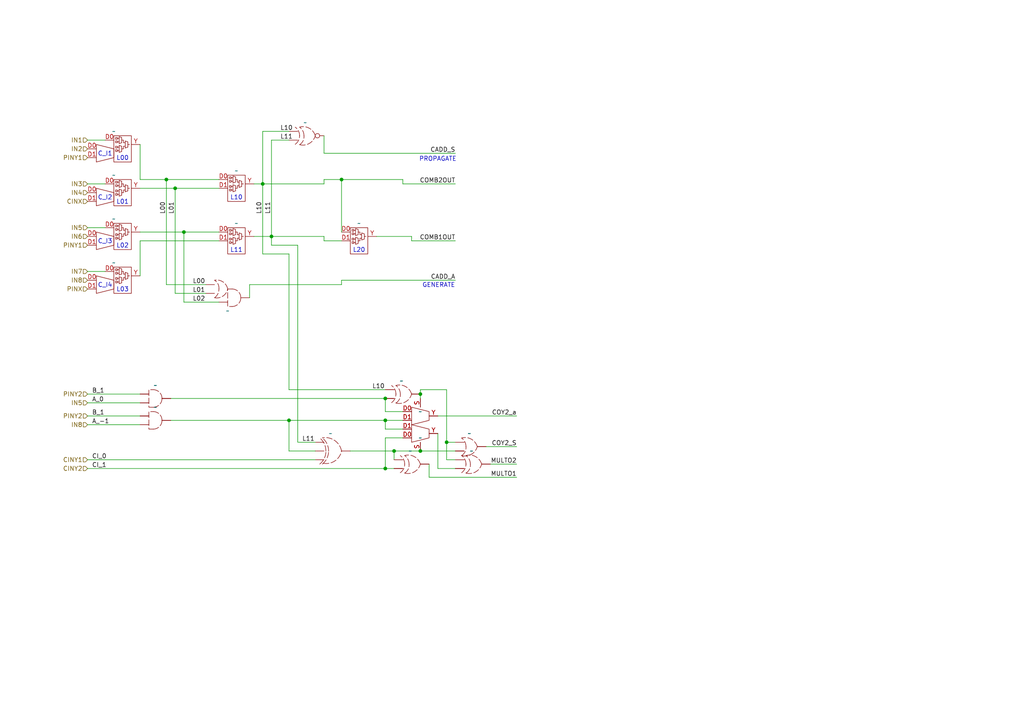
<source format=kicad_sch>
(kicad_sch
	(version 20250114)
	(generator "eeschema")
	(generator_version "9.0")
	(uuid "83e7b33c-0213-4235-a9b9-80663ccf0ac8")
	(paper "A4")
	(title_block
		(title "CPE: Default Mode")
		(rev "4")
		(company "YosysHQ")
	)
	(lib_symbols
		(symbol "AND_1"
			(exclude_from_sim no)
			(in_bom yes)
			(on_board yes)
			(property "Reference" "U"
				(at 0 0 0)
				(effects
					(font
						(size 1.27 1.27)
					)
				)
			)
			(property "Value" ""
				(at 0 0 0)
				(effects
					(font
						(size 1.27 1.27)
					)
				)
			)
			(property "Footprint" ""
				(at 0 0 0)
				(effects
					(font
						(size 1.27 1.27)
					)
					(hide yes)
				)
			)
			(property "Datasheet" ""
				(at 0 0 0)
				(effects
					(font
						(size 1.27 1.27)
					)
					(hide yes)
				)
			)
			(property "Description" ""
				(at 0 0 0)
				(effects
					(font
						(size 1.27 1.27)
					)
					(hide yes)
				)
			)
			(symbol "AND_1_1_1"
				(polyline
					(pts
						(xy 0 -2.54) (xy -1.27 -2.54) (xy -1.27 2.54) (xy 0 2.54)
					)
					(stroke
						(width 0)
						(type dash)
					)
					(fill
						(type none)
					)
				)
				(arc
					(start 0 2.54)
					(mid 1.7961 1.7961)
					(end 2.54 0)
					(stroke
						(width 0)
						(type dash)
					)
					(fill
						(type none)
					)
				)
				(arc
					(start 2.54 0)
					(mid 1.7961 -1.7961)
					(end 0 -2.54)
					(stroke
						(width 0)
						(type dash)
					)
					(fill
						(type none)
					)
				)
				(pin input line
					(at -3.81 1.27 0)
					(length 2.54)
					(name ""
						(effects
							(font
								(size 1.27 1.27)
							)
						)
					)
					(number ""
						(effects
							(font
								(size 1.27 1.27)
							)
						)
					)
				)
				(pin input line
					(at -3.81 -1.27 0)
					(length 2.54)
					(name ""
						(effects
							(font
								(size 1.27 1.27)
							)
						)
					)
					(number ""
						(effects
							(font
								(size 1.27 1.27)
							)
						)
					)
				)
				(pin output line
					(at 5.08 0 180)
					(length 2.54)
					(name ""
						(effects
							(font
								(size 1.27 1.27)
							)
						)
					)
					(number ""
						(effects
							(font
								(size 1.27 1.27)
							)
						)
					)
				)
			)
			(embedded_fonts no)
		)
		(symbol "AND_2"
			(exclude_from_sim no)
			(in_bom yes)
			(on_board yes)
			(property "Reference" "U"
				(at 0 0 0)
				(effects
					(font
						(size 1.27 1.27)
					)
				)
			)
			(property "Value" ""
				(at 0 0 0)
				(effects
					(font
						(size 1.27 1.27)
					)
				)
			)
			(property "Footprint" ""
				(at 0 0 0)
				(effects
					(font
						(size 1.27 1.27)
					)
					(hide yes)
				)
			)
			(property "Datasheet" ""
				(at 0 0 0)
				(effects
					(font
						(size 1.27 1.27)
					)
					(hide yes)
				)
			)
			(property "Description" ""
				(at 0 0 0)
				(effects
					(font
						(size 1.27 1.27)
					)
					(hide yes)
				)
			)
			(symbol "AND_2_1_1"
				(polyline
					(pts
						(xy 0 -2.54) (xy -1.27 -2.54) (xy -1.27 2.54) (xy 0 2.54)
					)
					(stroke
						(width 0)
						(type dash)
					)
					(fill
						(type none)
					)
				)
				(arc
					(start 0 2.54)
					(mid 1.7961 1.7961)
					(end 2.54 0)
					(stroke
						(width 0)
						(type dash)
					)
					(fill
						(type none)
					)
				)
				(arc
					(start 2.54 0)
					(mid 1.7961 -1.7961)
					(end 0 -2.54)
					(stroke
						(width 0)
						(type dash)
					)
					(fill
						(type none)
					)
				)
				(pin input line
					(at -3.81 1.27 0)
					(length 2.54)
					(name ""
						(effects
							(font
								(size 1.27 1.27)
							)
						)
					)
					(number ""
						(effects
							(font
								(size 1.27 1.27)
							)
						)
					)
				)
				(pin input line
					(at -3.81 -1.27 0)
					(length 2.54)
					(name ""
						(effects
							(font
								(size 1.27 1.27)
							)
						)
					)
					(number ""
						(effects
							(font
								(size 1.27 1.27)
							)
						)
					)
				)
				(pin output line
					(at 5.08 0 180)
					(length 2.54)
					(name ""
						(effects
							(font
								(size 1.27 1.27)
							)
						)
					)
					(number ""
						(effects
							(font
								(size 1.27 1.27)
							)
						)
					)
				)
			)
			(embedded_fonts no)
		)
		(symbol "LUT2 with C_I mux_1"
			(exclude_from_sim no)
			(in_bom yes)
			(on_board yes)
			(property "Reference" "L"
				(at 0 3.556 0)
				(effects
					(font
						(size 1.27 1.27)
					)
				)
			)
			(property "Value" ""
				(at 0 0 0)
				(effects
					(font
						(size 1.27 1.27)
					)
				)
			)
			(property "Footprint" ""
				(at 0 0 0)
				(effects
					(font
						(size 1.27 1.27)
					)
					(hide yes)
				)
			)
			(property "Datasheet" ""
				(at 0 0 0)
				(effects
					(font
						(size 1.27 1.27)
					)
					(hide yes)
				)
			)
			(property "Description" ""
				(at 0 0 0)
				(effects
					(font
						(size 1.27 1.27)
					)
					(hide yes)
				)
			)
			(symbol "LUT2 with C_I mux_1_0_1"
				(polyline
					(pts
						(xy -7.62 0) (xy -7.62 -5.08) (xy -2.54 -3.81) (xy -2.54 -1.27) (xy -7.62 0)
					)
					(stroke
						(width 0)
						(type default)
					)
					(fill
						(type none)
					)
				)
				(rectangle
					(start -2.54 2.54)
					(end 2.54 -5.08)
					(stroke
						(width 0)
						(type default)
					)
					(fill
						(type none)
					)
				)
				(rectangle
					(start -2.032 2.032)
					(end -1.524 1.524)
					(stroke
						(width 0)
						(type default)
					)
					(fill
						(type none)
					)
				)
				(rectangle
					(start -2.032 1.016)
					(end -1.524 0.508)
					(stroke
						(width 0)
						(type default)
					)
					(fill
						(type none)
					)
				)
				(rectangle
					(start -2.032 -0.508)
					(end -1.524 -1.016)
					(stroke
						(width 0)
						(type default)
					)
					(fill
						(type none)
					)
				)
				(rectangle
					(start -2.032 -1.524)
					(end -1.524 -2.032)
					(stroke
						(width 0)
						(type default)
					)
					(fill
						(type none)
					)
				)
				(polyline
					(pts
						(xy -1.524 1.778) (xy -1.016 1.778)
					)
					(stroke
						(width 0)
						(type default)
					)
					(fill
						(type none)
					)
				)
				(polyline
					(pts
						(xy -1.524 0.762) (xy -1.016 0.762)
					)
					(stroke
						(width 0)
						(type default)
					)
					(fill
						(type none)
					)
				)
				(polyline
					(pts
						(xy -1.524 -0.762) (xy -1.016 -0.762)
					)
					(stroke
						(width 0)
						(type default)
					)
					(fill
						(type none)
					)
				)
				(polyline
					(pts
						(xy -1.524 -1.778) (xy -1.016 -1.778)
					)
					(stroke
						(width 0)
						(type default)
					)
					(fill
						(type none)
					)
				)
				(polyline
					(pts
						(xy -1.016 0.254) (xy -1.016 2.286) (xy -0.254 2.032) (xy -0.254 0.508) (xy -1.016 0.254)
					)
					(stroke
						(width 0)
						(type default)
					)
					(fill
						(type none)
					)
				)
				(polyline
					(pts
						(xy -1.016 -0.254) (xy -1.016 -2.286) (xy -0.254 -2.032) (xy -0.254 -0.508) (xy -1.016 -0.254)
					)
					(stroke
						(width 0)
						(type default)
					)
					(fill
						(type none)
					)
				)
				(polyline
					(pts
						(xy -0.254 1.27) (xy 0.254 1.27) (xy 0.254 0.508) (xy 0.762 0.508)
					)
					(stroke
						(width 0)
						(type default)
					)
					(fill
						(type none)
					)
				)
				(polyline
					(pts
						(xy -0.254 -1.27) (xy 0.254 -1.27) (xy 0.254 -0.508) (xy 0.762 -0.508)
					)
					(stroke
						(width 0)
						(type default)
					)
					(fill
						(type none)
					)
				)
				(polyline
					(pts
						(xy 0.762 -1.016) (xy 0.762 1.016) (xy 1.524 0.762) (xy 1.524 -0.762) (xy 0.762 -1.016)
					)
					(stroke
						(width 0)
						(type default)
					)
					(fill
						(type none)
					)
				)
				(polyline
					(pts
						(xy 1.524 0) (xy 2.032 0)
					)
					(stroke
						(width 0)
						(type default)
					)
					(fill
						(type none)
					)
				)
			)
			(symbol "LUT2 with C_I mux_1_1_1"
				(pin input line
					(at -10.16 -1.27 0)
					(length 2.54)
					(name ""
						(effects
							(font
								(size 1.27 1.27)
							)
						)
					)
					(number "D0"
						(effects
							(font
								(size 1.27 1.27)
							)
						)
					)
				)
				(pin input line
					(at -10.16 -3.81 0)
					(length 2.54)
					(name ""
						(effects
							(font
								(size 1.27 1.27)
							)
						)
					)
					(number "D1"
						(effects
							(font
								(size 1.27 1.27)
							)
						)
					)
				)
				(pin input line
					(at -5.08 1.27 0)
					(length 2.54)
					(name ""
						(effects
							(font
								(size 1.27 1.27)
							)
						)
					)
					(number "D0"
						(effects
							(font
								(size 1.27 1.27)
							)
						)
					)
				)
				(pin output line
					(at 5.08 0 180)
					(length 2.54)
					(name ""
						(effects
							(font
								(size 1.27 1.27)
							)
						)
					)
					(number "Y"
						(effects
							(font
								(size 1.27 1.27)
							)
						)
					)
				)
			)
			(embedded_fonts no)
		)
		(symbol "LUT2 with C_I mux_2"
			(exclude_from_sim no)
			(in_bom yes)
			(on_board yes)
			(property "Reference" "L"
				(at 0 3.556 0)
				(effects
					(font
						(size 1.27 1.27)
					)
				)
			)
			(property "Value" ""
				(at 0 0 0)
				(effects
					(font
						(size 1.27 1.27)
					)
				)
			)
			(property "Footprint" ""
				(at 0 0 0)
				(effects
					(font
						(size 1.27 1.27)
					)
					(hide yes)
				)
			)
			(property "Datasheet" ""
				(at 0 0 0)
				(effects
					(font
						(size 1.27 1.27)
					)
					(hide yes)
				)
			)
			(property "Description" ""
				(at 0 0 0)
				(effects
					(font
						(size 1.27 1.27)
					)
					(hide yes)
				)
			)
			(symbol "LUT2 with C_I mux_2_0_1"
				(polyline
					(pts
						(xy -7.62 0) (xy -7.62 -5.08) (xy -2.54 -3.81) (xy -2.54 -1.27) (xy -7.62 0)
					)
					(stroke
						(width 0)
						(type default)
					)
					(fill
						(type none)
					)
				)
				(rectangle
					(start -2.54 2.54)
					(end 2.54 -5.08)
					(stroke
						(width 0)
						(type default)
					)
					(fill
						(type none)
					)
				)
				(rectangle
					(start -2.032 2.032)
					(end -1.524 1.524)
					(stroke
						(width 0)
						(type default)
					)
					(fill
						(type none)
					)
				)
				(rectangle
					(start -2.032 1.016)
					(end -1.524 0.508)
					(stroke
						(width 0)
						(type default)
					)
					(fill
						(type none)
					)
				)
				(rectangle
					(start -2.032 -0.508)
					(end -1.524 -1.016)
					(stroke
						(width 0)
						(type default)
					)
					(fill
						(type none)
					)
				)
				(rectangle
					(start -2.032 -1.524)
					(end -1.524 -2.032)
					(stroke
						(width 0)
						(type default)
					)
					(fill
						(type none)
					)
				)
				(polyline
					(pts
						(xy -1.524 1.778) (xy -1.016 1.778)
					)
					(stroke
						(width 0)
						(type default)
					)
					(fill
						(type none)
					)
				)
				(polyline
					(pts
						(xy -1.524 0.762) (xy -1.016 0.762)
					)
					(stroke
						(width 0)
						(type default)
					)
					(fill
						(type none)
					)
				)
				(polyline
					(pts
						(xy -1.524 -0.762) (xy -1.016 -0.762)
					)
					(stroke
						(width 0)
						(type default)
					)
					(fill
						(type none)
					)
				)
				(polyline
					(pts
						(xy -1.524 -1.778) (xy -1.016 -1.778)
					)
					(stroke
						(width 0)
						(type default)
					)
					(fill
						(type none)
					)
				)
				(polyline
					(pts
						(xy -1.016 0.254) (xy -1.016 2.286) (xy -0.254 2.032) (xy -0.254 0.508) (xy -1.016 0.254)
					)
					(stroke
						(width 0)
						(type default)
					)
					(fill
						(type none)
					)
				)
				(polyline
					(pts
						(xy -1.016 -0.254) (xy -1.016 -2.286) (xy -0.254 -2.032) (xy -0.254 -0.508) (xy -1.016 -0.254)
					)
					(stroke
						(width 0)
						(type default)
					)
					(fill
						(type none)
					)
				)
				(polyline
					(pts
						(xy -0.254 1.27) (xy 0.254 1.27) (xy 0.254 0.508) (xy 0.762 0.508)
					)
					(stroke
						(width 0)
						(type default)
					)
					(fill
						(type none)
					)
				)
				(polyline
					(pts
						(xy -0.254 -1.27) (xy 0.254 -1.27) (xy 0.254 -0.508) (xy 0.762 -0.508)
					)
					(stroke
						(width 0)
						(type default)
					)
					(fill
						(type none)
					)
				)
				(polyline
					(pts
						(xy 0.762 -1.016) (xy 0.762 1.016) (xy 1.524 0.762) (xy 1.524 -0.762) (xy 0.762 -1.016)
					)
					(stroke
						(width 0)
						(type default)
					)
					(fill
						(type none)
					)
				)
				(polyline
					(pts
						(xy 1.524 0) (xy 2.032 0)
					)
					(stroke
						(width 0)
						(type default)
					)
					(fill
						(type none)
					)
				)
			)
			(symbol "LUT2 with C_I mux_2_1_1"
				(pin input line
					(at -10.16 -1.27 0)
					(length 2.54)
					(name ""
						(effects
							(font
								(size 1.27 1.27)
							)
						)
					)
					(number "D0"
						(effects
							(font
								(size 1.27 1.27)
							)
						)
					)
				)
				(pin input line
					(at -10.16 -3.81 0)
					(length 2.54)
					(name ""
						(effects
							(font
								(size 1.27 1.27)
							)
						)
					)
					(number "D1"
						(effects
							(font
								(size 1.27 1.27)
							)
						)
					)
				)
				(pin input line
					(at -5.08 1.27 0)
					(length 2.54)
					(name ""
						(effects
							(font
								(size 1.27 1.27)
							)
						)
					)
					(number "D0"
						(effects
							(font
								(size 1.27 1.27)
							)
						)
					)
				)
				(pin output line
					(at 5.08 0 180)
					(length 2.54)
					(name ""
						(effects
							(font
								(size 1.27 1.27)
							)
						)
					)
					(number "Y"
						(effects
							(font
								(size 1.27 1.27)
							)
						)
					)
				)
			)
			(embedded_fonts no)
		)
		(symbol "LUT2 with C_I mux_3"
			(exclude_from_sim no)
			(in_bom yes)
			(on_board yes)
			(property "Reference" "L"
				(at 0 3.556 0)
				(effects
					(font
						(size 1.27 1.27)
					)
				)
			)
			(property "Value" ""
				(at 0 0 0)
				(effects
					(font
						(size 1.27 1.27)
					)
				)
			)
			(property "Footprint" ""
				(at 0 0 0)
				(effects
					(font
						(size 1.27 1.27)
					)
					(hide yes)
				)
			)
			(property "Datasheet" ""
				(at 0 0 0)
				(effects
					(font
						(size 1.27 1.27)
					)
					(hide yes)
				)
			)
			(property "Description" ""
				(at 0 0 0)
				(effects
					(font
						(size 1.27 1.27)
					)
					(hide yes)
				)
			)
			(symbol "LUT2 with C_I mux_3_0_1"
				(polyline
					(pts
						(xy -7.62 0) (xy -7.62 -5.08) (xy -2.54 -3.81) (xy -2.54 -1.27) (xy -7.62 0)
					)
					(stroke
						(width 0)
						(type default)
					)
					(fill
						(type none)
					)
				)
				(rectangle
					(start -2.54 2.54)
					(end 2.54 -5.08)
					(stroke
						(width 0)
						(type default)
					)
					(fill
						(type none)
					)
				)
				(rectangle
					(start -2.032 2.032)
					(end -1.524 1.524)
					(stroke
						(width 0)
						(type default)
					)
					(fill
						(type none)
					)
				)
				(rectangle
					(start -2.032 1.016)
					(end -1.524 0.508)
					(stroke
						(width 0)
						(type default)
					)
					(fill
						(type none)
					)
				)
				(rectangle
					(start -2.032 -0.508)
					(end -1.524 -1.016)
					(stroke
						(width 0)
						(type default)
					)
					(fill
						(type none)
					)
				)
				(rectangle
					(start -2.032 -1.524)
					(end -1.524 -2.032)
					(stroke
						(width 0)
						(type default)
					)
					(fill
						(type none)
					)
				)
				(polyline
					(pts
						(xy -1.524 1.778) (xy -1.016 1.778)
					)
					(stroke
						(width 0)
						(type default)
					)
					(fill
						(type none)
					)
				)
				(polyline
					(pts
						(xy -1.524 0.762) (xy -1.016 0.762)
					)
					(stroke
						(width 0)
						(type default)
					)
					(fill
						(type none)
					)
				)
				(polyline
					(pts
						(xy -1.524 -0.762) (xy -1.016 -0.762)
					)
					(stroke
						(width 0)
						(type default)
					)
					(fill
						(type none)
					)
				)
				(polyline
					(pts
						(xy -1.524 -1.778) (xy -1.016 -1.778)
					)
					(stroke
						(width 0)
						(type default)
					)
					(fill
						(type none)
					)
				)
				(polyline
					(pts
						(xy -1.016 0.254) (xy -1.016 2.286) (xy -0.254 2.032) (xy -0.254 0.508) (xy -1.016 0.254)
					)
					(stroke
						(width 0)
						(type default)
					)
					(fill
						(type none)
					)
				)
				(polyline
					(pts
						(xy -1.016 -0.254) (xy -1.016 -2.286) (xy -0.254 -2.032) (xy -0.254 -0.508) (xy -1.016 -0.254)
					)
					(stroke
						(width 0)
						(type default)
					)
					(fill
						(type none)
					)
				)
				(polyline
					(pts
						(xy -0.254 1.27) (xy 0.254 1.27) (xy 0.254 0.508) (xy 0.762 0.508)
					)
					(stroke
						(width 0)
						(type default)
					)
					(fill
						(type none)
					)
				)
				(polyline
					(pts
						(xy -0.254 -1.27) (xy 0.254 -1.27) (xy 0.254 -0.508) (xy 0.762 -0.508)
					)
					(stroke
						(width 0)
						(type default)
					)
					(fill
						(type none)
					)
				)
				(polyline
					(pts
						(xy 0.762 -1.016) (xy 0.762 1.016) (xy 1.524 0.762) (xy 1.524 -0.762) (xy 0.762 -1.016)
					)
					(stroke
						(width 0)
						(type default)
					)
					(fill
						(type none)
					)
				)
				(polyline
					(pts
						(xy 1.524 0) (xy 2.032 0)
					)
					(stroke
						(width 0)
						(type default)
					)
					(fill
						(type none)
					)
				)
			)
			(symbol "LUT2 with C_I mux_3_1_1"
				(pin input line
					(at -10.16 -1.27 0)
					(length 2.54)
					(name ""
						(effects
							(font
								(size 1.27 1.27)
							)
						)
					)
					(number "D0"
						(effects
							(font
								(size 1.27 1.27)
							)
						)
					)
				)
				(pin input line
					(at -10.16 -3.81 0)
					(length 2.54)
					(name ""
						(effects
							(font
								(size 1.27 1.27)
							)
						)
					)
					(number "D1"
						(effects
							(font
								(size 1.27 1.27)
							)
						)
					)
				)
				(pin input line
					(at -5.08 1.27 0)
					(length 2.54)
					(name ""
						(effects
							(font
								(size 1.27 1.27)
							)
						)
					)
					(number "D0"
						(effects
							(font
								(size 1.27 1.27)
							)
						)
					)
				)
				(pin output line
					(at 5.08 0 180)
					(length 2.54)
					(name ""
						(effects
							(font
								(size 1.27 1.27)
							)
						)
					)
					(number "Y"
						(effects
							(font
								(size 1.27 1.27)
							)
						)
					)
				)
			)
			(embedded_fonts no)
		)
		(symbol "OR_2"
			(exclude_from_sim no)
			(in_bom yes)
			(on_board yes)
			(property "Reference" "U"
				(at -1.27 0 0)
				(effects
					(font
						(size 1.27 1.27)
					)
				)
			)
			(property "Value" ""
				(at 0 0 0)
				(effects
					(font
						(size 1.27 1.27)
					)
				)
			)
			(property "Footprint" ""
				(at 0 0 0)
				(effects
					(font
						(size 1.27 1.27)
					)
					(hide yes)
				)
			)
			(property "Datasheet" ""
				(at 0 0 0)
				(effects
					(font
						(size 1.27 1.27)
					)
					(hide yes)
				)
			)
			(property "Description" ""
				(at 0 0 0)
				(effects
					(font
						(size 1.27 1.27)
					)
					(hide yes)
				)
			)
			(symbol "OR_2_1_1"
				(arc
					(start -3.275 2.49)
					(mid -2.3293 1.3753)
					(end -2.005 -0.05)
					(stroke
						(width 0)
						(type dash)
					)
					(fill
						(type none)
					)
				)
				(arc
					(start -2.005 -0.05)
					(mid -2.2775 -1.5013)
					(end -3.275 -2.59)
					(stroke
						(width 0)
						(type dash)
					)
					(fill
						(type none)
					)
				)
				(arc
					(start 1.27 0)
					(mid -0.4662 -2.2363)
					(end -3.2752 -2.5898)
					(stroke
						(width 0)
						(type dash)
					)
					(fill
						(type none)
					)
				)
				(arc
					(start -3.2752 2.4898)
					(mid -0.4869 2.1863)
					(end 1.27 0)
					(stroke
						(width 0)
						(type dash)
					)
					(fill
						(type none)
					)
				)
				(pin input line
					(at -5.08 1.27 0)
					(length 2.54)
					(name ""
						(effects
							(font
								(size 1.27 1.27)
							)
						)
					)
					(number ""
						(effects
							(font
								(size 1.27 1.27)
							)
						)
					)
				)
				(pin input line
					(at -5.08 -1.27 0)
					(length 2.54)
					(name ""
						(effects
							(font
								(size 1.27 1.27)
							)
						)
					)
					(number ""
						(effects
							(font
								(size 1.27 1.27)
							)
						)
					)
				)
				(pin input line
					(at 3.81 0 180)
					(length 2.54)
					(name ""
						(effects
							(font
								(size 1.27 1.27)
							)
						)
					)
					(number ""
						(effects
							(font
								(size 1.27 1.27)
							)
						)
					)
				)
			)
			(embedded_fonts no)
		)
		(symbol "XOR3_1"
			(exclude_from_sim no)
			(in_bom yes)
			(on_board yes)
			(property "Reference" "U"
				(at 0 -1.27 0)
				(effects
					(font
						(size 1.27 1.27)
					)
				)
			)
			(property "Value" ""
				(at 0 0 0)
				(effects
					(font
						(size 1.27 1.27)
					)
				)
			)
			(property "Footprint" ""
				(at 0 0 0)
				(effects
					(font
						(size 1.27 1.27)
					)
					(hide yes)
				)
			)
			(property "Datasheet" ""
				(at 0 0 0)
				(effects
					(font
						(size 1.27 1.27)
					)
					(hide yes)
				)
			)
			(property "Description" ""
				(at 0 0 0)
				(effects
					(font
						(size 1.27 1.27)
					)
					(hide yes)
				)
			)
			(symbol "XOR3_1_0_1"
				(arc
					(start -3.048 3.81)
					(mid 0.5351 3.0623)
					(end 2.54 0)
					(stroke
						(width 0)
						(type dash)
					)
					(fill
						(type none)
					)
				)
				(arc
					(start 2.54 0)
					(mid 0.6095 -2.8827)
					(end -2.794 -3.556)
					(stroke
						(width 0)
						(type dash)
					)
					(fill
						(type none)
					)
				)
			)
			(symbol "XOR3_1_1_1"
				(arc
					(start -3.81 3.81)
					(mid -2.464 2.0874)
					(end -2.0046 -0.0498)
					(stroke
						(width 0)
						(type dash)
					)
					(fill
						(type none)
					)
				)
				(arc
					(start -1.9759 0.0685)
					(mid -2.4353 -2.0687)
					(end -3.7813 -3.7913)
					(stroke
						(width 0)
						(type dash)
					)
					(fill
						(type none)
					)
				)
				(arc
					(start -3.0193 3.7913)
					(mid -1.6733 2.0687)
					(end -1.2139 -0.0685)
					(stroke
						(width 0)
						(type dash)
					)
					(fill
						(type none)
					)
				)
				(arc
					(start -1.2139 0.0685)
					(mid -1.6733 -2.0687)
					(end -3.0193 -3.7913)
					(stroke
						(width 0)
						(type dash)
					)
					(fill
						(type none)
					)
				)
				(pin input line
					(at -5.08 2.54 0)
					(length 2.54)
					(name ""
						(effects
							(font
								(size 1.27 1.27)
							)
						)
					)
					(number ""
						(effects
							(font
								(size 1.27 1.27)
							)
						)
					)
				)
				(pin input line
					(at -5.08 0 0)
					(length 2.54)
					(name ""
						(effects
							(font
								(size 1.27 1.27)
							)
						)
					)
					(number ""
						(effects
							(font
								(size 1.27 1.27)
							)
						)
					)
				)
				(pin input line
					(at -5.08 -2.54 0)
					(length 2.54)
					(name ""
						(effects
							(font
								(size 1.27 1.27)
							)
						)
					)
					(number ""
						(effects
							(font
								(size 1.27 1.27)
							)
						)
					)
				)
				(pin input line
					(at 5.08 0 180)
					(length 2.54)
					(name ""
						(effects
							(font
								(size 1.27 1.27)
							)
						)
					)
					(number ""
						(effects
							(font
								(size 1.27 1.27)
							)
						)
					)
				)
			)
			(embedded_fonts no)
		)
		(symbol "XOR_2"
			(exclude_from_sim no)
			(in_bom yes)
			(on_board yes)
			(property "Reference" "U"
				(at 0 0 0)
				(effects
					(font
						(size 1.27 1.27)
					)
				)
			)
			(property "Value" ""
				(at 0 0 0)
				(effects
					(font
						(size 1.27 1.27)
					)
				)
			)
			(property "Footprint" ""
				(at 0 0 0)
				(effects
					(font
						(size 1.27 1.27)
					)
					(hide yes)
				)
			)
			(property "Datasheet" ""
				(at 0 0 0)
				(effects
					(font
						(size 1.27 1.27)
					)
					(hide yes)
				)
			)
			(property "Description" ""
				(at 0 0 0)
				(effects
					(font
						(size 1.27 1.27)
					)
					(hide yes)
				)
			)
			(symbol "XOR_2_1_1"
				(arc
					(start -3.2746 2.4902)
					(mid -2.3289 1.3755)
					(end -2.0046 -0.0498)
					(stroke
						(width 0)
						(type dash)
					)
					(fill
						(type none)
					)
				)
				(arc
					(start -2.0046 0.0498)
					(mid -2.3289 -1.3755)
					(end -3.2746 -2.4902)
					(stroke
						(width 0)
						(type dash)
					)
					(fill
						(type none)
					)
				)
				(arc
					(start -2.005 2.49)
					(mid -1.0593 1.3753)
					(end -0.735 -0.05)
					(stroke
						(width 0)
						(type dash)
					)
					(fill
						(type none)
					)
				)
				(arc
					(start -0.735 -0.05)
					(mid -1.0075 -1.5013)
					(end -2.005 -2.59)
					(stroke
						(width 0)
						(type dash)
					)
					(fill
						(type none)
					)
				)
				(arc
					(start 2.54 0)
					(mid 0.8038 -2.2363)
					(end -2.0052 -2.5898)
					(stroke
						(width 0)
						(type dash)
					)
					(fill
						(type none)
					)
				)
				(arc
					(start -2.0052 2.4898)
					(mid 0.7831 2.1863)
					(end 2.54 0)
					(stroke
						(width 0)
						(type dash)
					)
					(fill
						(type none)
					)
				)
				(pin input line
					(at -5.08 1.27 0)
					(length 2.54)
					(name ""
						(effects
							(font
								(size 1.27 1.27)
							)
						)
					)
					(number ""
						(effects
							(font
								(size 1.27 1.27)
							)
						)
					)
				)
				(pin input line
					(at -5.08 -1.27 0)
					(length 2.54)
					(name ""
						(effects
							(font
								(size 1.27 1.27)
							)
						)
					)
					(number ""
						(effects
							(font
								(size 1.27 1.27)
							)
						)
					)
				)
				(pin input line
					(at 5.08 0 180)
					(length 2.54)
					(name ""
						(effects
							(font
								(size 1.27 1.27)
							)
						)
					)
					(number ""
						(effects
							(font
								(size 1.27 1.27)
							)
						)
					)
				)
			)
			(embedded_fonts no)
		)
		(symbol "XOR_3"
			(exclude_from_sim no)
			(in_bom yes)
			(on_board yes)
			(property "Reference" "U"
				(at 0 0 0)
				(effects
					(font
						(size 1.27 1.27)
					)
				)
			)
			(property "Value" ""
				(at 0 0 0)
				(effects
					(font
						(size 1.27 1.27)
					)
				)
			)
			(property "Footprint" ""
				(at 0 0 0)
				(effects
					(font
						(size 1.27 1.27)
					)
					(hide yes)
				)
			)
			(property "Datasheet" ""
				(at 0 0 0)
				(effects
					(font
						(size 1.27 1.27)
					)
					(hide yes)
				)
			)
			(property "Description" ""
				(at 0 0 0)
				(effects
					(font
						(size 1.27 1.27)
					)
					(hide yes)
				)
			)
			(symbol "XOR_3_1_1"
				(arc
					(start -3.2746 2.4902)
					(mid -2.3289 1.3755)
					(end -2.0046 -0.0498)
					(stroke
						(width 0)
						(type dash)
					)
					(fill
						(type none)
					)
				)
				(arc
					(start -2.0046 0.0498)
					(mid -2.3289 -1.3755)
					(end -3.2746 -2.4902)
					(stroke
						(width 0)
						(type dash)
					)
					(fill
						(type none)
					)
				)
				(arc
					(start -2.005 2.49)
					(mid -1.0593 1.3753)
					(end -0.735 -0.05)
					(stroke
						(width 0)
						(type dash)
					)
					(fill
						(type none)
					)
				)
				(arc
					(start -0.735 -0.05)
					(mid -1.0075 -1.5013)
					(end -2.005 -2.59)
					(stroke
						(width 0)
						(type dash)
					)
					(fill
						(type none)
					)
				)
				(arc
					(start 2.54 0)
					(mid 0.8038 -2.2363)
					(end -2.0052 -2.5898)
					(stroke
						(width 0)
						(type dash)
					)
					(fill
						(type none)
					)
				)
				(arc
					(start -2.0052 2.4898)
					(mid 0.7831 2.1863)
					(end 2.54 0)
					(stroke
						(width 0)
						(type dash)
					)
					(fill
						(type none)
					)
				)
				(pin input line
					(at -5.08 1.27 0)
					(length 2.54)
					(name ""
						(effects
							(font
								(size 1.27 1.27)
							)
						)
					)
					(number ""
						(effects
							(font
								(size 1.27 1.27)
							)
						)
					)
				)
				(pin input line
					(at -5.08 -1.27 0)
					(length 2.54)
					(name ""
						(effects
							(font
								(size 1.27 1.27)
							)
						)
					)
					(number ""
						(effects
							(font
								(size 1.27 1.27)
							)
						)
					)
				)
				(pin input line
					(at 5.08 0 180)
					(length 2.54)
					(name ""
						(effects
							(font
								(size 1.27 1.27)
							)
						)
					)
					(number ""
						(effects
							(font
								(size 1.27 1.27)
							)
						)
					)
				)
			)
			(embedded_fonts no)
		)
		(symbol "peppercorn:AO21"
			(exclude_from_sim no)
			(in_bom yes)
			(on_board yes)
			(property "Reference" "U"
				(at 0 0 0)
				(effects
					(font
						(size 1.27 1.27)
					)
				)
			)
			(property "Value" ""
				(at 0 0 0)
				(effects
					(font
						(size 1.27 1.27)
					)
				)
			)
			(property "Footprint" ""
				(at 0 0 0)
				(effects
					(font
						(size 1.27 1.27)
					)
					(hide yes)
				)
			)
			(property "Datasheet" ""
				(at 0 0 0)
				(effects
					(font
						(size 1.27 1.27)
					)
					(hide yes)
				)
			)
			(property "Description" ""
				(at 0 0 0)
				(effects
					(font
						(size 1.27 1.27)
					)
					(hide yes)
				)
			)
			(symbol "AO21_1_1"
				(arc
					(start -1.27 2.54)
					(mid -0.3243 1.4253)
					(end 0 0)
					(stroke
						(width 0)
						(type dash)
					)
					(fill
						(type none)
					)
				)
				(arc
					(start 0 0)
					(mid -0.2725 -1.4513)
					(end -1.27 -2.54)
					(stroke
						(width 0)
						(type dash)
					)
					(fill
						(type none)
					)
				)
				(arc
					(start -1.2702 2.5398)
					(mid 1.1609 2.059)
					(end 2.54 0)
					(stroke
						(width 0)
						(type dash)
					)
					(fill
						(type none)
					)
				)
				(arc
					(start 2.54 0)
					(mid 1.161 -2.0591)
					(end -1.2702 -2.5398)
					(stroke
						(width 0)
						(type dash)
					)
					(fill
						(type none)
					)
				)
				(arc
					(start 3.81 5.08)
					(mid 5.6061 4.3361)
					(end 6.35 2.54)
					(stroke
						(width 0)
						(type dash)
					)
					(fill
						(type none)
					)
				)
				(arc
					(start 6.35 2.54)
					(mid 5.6061 0.7439)
					(end 3.81 0)
					(stroke
						(width 0)
						(type dash)
					)
					(fill
						(type none)
					)
				)
				(polyline
					(pts
						(xy 3.81 0) (xy 2.54 0) (xy 2.54 5.08) (xy 3.81 5.08)
					)
					(stroke
						(width 0)
						(type dash)
					)
					(fill
						(type none)
					)
				)
				(pin input line
					(at -3.81 1.27 0)
					(length 2.54)
					(name ""
						(effects
							(font
								(size 1.27 1.27)
							)
						)
					)
					(number ""
						(effects
							(font
								(size 1.27 1.27)
							)
						)
					)
				)
				(pin input line
					(at -3.81 -1.27 0)
					(length 2.54)
					(name ""
						(effects
							(font
								(size 1.27 1.27)
							)
						)
					)
					(number ""
						(effects
							(font
								(size 1.27 1.27)
							)
						)
					)
				)
				(pin input line
					(at 0 3.81 0)
					(length 2.54)
					(name ""
						(effects
							(font
								(size 1.27 1.27)
							)
						)
					)
					(number ""
						(effects
							(font
								(size 1.27 1.27)
							)
						)
					)
				)
				(pin output line
					(at 8.89 2.54 180)
					(length 2.54)
					(name ""
						(effects
							(font
								(size 1.27 1.27)
							)
						)
					)
					(number ""
						(effects
							(font
								(size 1.27 1.27)
							)
						)
					)
				)
			)
			(embedded_fonts no)
		)
		(symbol "peppercorn:LUT2"
			(exclude_from_sim no)
			(in_bom yes)
			(on_board yes)
			(property "Reference" "L"
				(at 0 3.556 0)
				(effects
					(font
						(size 1.27 1.27)
					)
				)
			)
			(property "Value" ""
				(at 0 0 0)
				(effects
					(font
						(size 1.27 1.27)
					)
				)
			)
			(property "Footprint" ""
				(at 0 0 0)
				(effects
					(font
						(size 1.27 1.27)
					)
					(hide yes)
				)
			)
			(property "Datasheet" ""
				(at 0 0 0)
				(effects
					(font
						(size 1.27 1.27)
					)
					(hide yes)
				)
			)
			(property "Description" ""
				(at 0 0 0)
				(effects
					(font
						(size 1.27 1.27)
					)
					(hide yes)
				)
			)
			(symbol "LUT2_0_1"
				(rectangle
					(start -2.54 2.54)
					(end 2.54 -5.08)
					(stroke
						(width 0)
						(type default)
					)
					(fill
						(type none)
					)
				)
				(rectangle
					(start -2.032 2.032)
					(end -1.524 1.524)
					(stroke
						(width 0)
						(type default)
					)
					(fill
						(type none)
					)
				)
				(rectangle
					(start -2.032 1.016)
					(end -1.524 0.508)
					(stroke
						(width 0)
						(type default)
					)
					(fill
						(type none)
					)
				)
				(rectangle
					(start -2.032 -0.508)
					(end -1.524 -1.016)
					(stroke
						(width 0)
						(type default)
					)
					(fill
						(type none)
					)
				)
				(rectangle
					(start -2.032 -1.524)
					(end -1.524 -2.032)
					(stroke
						(width 0)
						(type default)
					)
					(fill
						(type none)
					)
				)
				(polyline
					(pts
						(xy -1.524 1.778) (xy -1.016 1.778)
					)
					(stroke
						(width 0)
						(type default)
					)
					(fill
						(type none)
					)
				)
				(polyline
					(pts
						(xy -1.524 0.762) (xy -1.016 0.762)
					)
					(stroke
						(width 0)
						(type default)
					)
					(fill
						(type none)
					)
				)
				(polyline
					(pts
						(xy -1.524 -0.762) (xy -1.016 -0.762)
					)
					(stroke
						(width 0)
						(type default)
					)
					(fill
						(type none)
					)
				)
				(polyline
					(pts
						(xy -1.524 -1.778) (xy -1.016 -1.778)
					)
					(stroke
						(width 0)
						(type default)
					)
					(fill
						(type none)
					)
				)
				(polyline
					(pts
						(xy -1.016 0.254) (xy -1.016 2.286) (xy -0.254 2.032) (xy -0.254 0.508) (xy -1.016 0.254)
					)
					(stroke
						(width 0)
						(type default)
					)
					(fill
						(type none)
					)
				)
				(polyline
					(pts
						(xy -1.016 -0.254) (xy -1.016 -2.286) (xy -0.254 -2.032) (xy -0.254 -0.508) (xy -1.016 -0.254)
					)
					(stroke
						(width 0)
						(type default)
					)
					(fill
						(type none)
					)
				)
				(polyline
					(pts
						(xy -0.254 1.27) (xy 0.254 1.27) (xy 0.254 0.508) (xy 0.762 0.508)
					)
					(stroke
						(width 0)
						(type default)
					)
					(fill
						(type none)
					)
				)
				(polyline
					(pts
						(xy -0.254 -1.27) (xy 0.254 -1.27) (xy 0.254 -0.508) (xy 0.762 -0.508)
					)
					(stroke
						(width 0)
						(type default)
					)
					(fill
						(type none)
					)
				)
				(polyline
					(pts
						(xy 0.762 -1.016) (xy 0.762 1.016) (xy 1.524 0.762) (xy 1.524 -0.762) (xy 0.762 -1.016)
					)
					(stroke
						(width 0)
						(type default)
					)
					(fill
						(type none)
					)
				)
				(polyline
					(pts
						(xy 1.524 0) (xy 2.032 0)
					)
					(stroke
						(width 0)
						(type default)
					)
					(fill
						(type none)
					)
				)
			)
			(symbol "LUT2_1_1"
				(pin input line
					(at -5.08 1.27 0)
					(length 2.54)
					(name ""
						(effects
							(font
								(size 1.27 1.27)
							)
						)
					)
					(number "D0"
						(effects
							(font
								(size 1.27 1.27)
							)
						)
					)
				)
				(pin input line
					(at -5.08 -1.27 0)
					(length 2.54)
					(name ""
						(effects
							(font
								(size 1.27 1.27)
							)
						)
					)
					(number "D1"
						(effects
							(font
								(size 1.27 1.27)
							)
						)
					)
				)
				(pin output line
					(at 5.08 0 180)
					(length 2.54)
					(name ""
						(effects
							(font
								(size 1.27 1.27)
							)
						)
					)
					(number "Y"
						(effects
							(font
								(size 1.27 1.27)
							)
						)
					)
				)
			)
			(embedded_fonts no)
		)
		(symbol "peppercorn:LUT2 with C_I mux"
			(exclude_from_sim no)
			(in_bom yes)
			(on_board yes)
			(property "Reference" "L"
				(at 0 3.556 0)
				(effects
					(font
						(size 1.27 1.27)
					)
				)
			)
			(property "Value" ""
				(at 0 0 0)
				(effects
					(font
						(size 1.27 1.27)
					)
				)
			)
			(property "Footprint" ""
				(at 0 0 0)
				(effects
					(font
						(size 1.27 1.27)
					)
					(hide yes)
				)
			)
			(property "Datasheet" ""
				(at 0 0 0)
				(effects
					(font
						(size 1.27 1.27)
					)
					(hide yes)
				)
			)
			(property "Description" ""
				(at 0 0 0)
				(effects
					(font
						(size 1.27 1.27)
					)
					(hide yes)
				)
			)
			(symbol "LUT2 with C_I mux_0_1"
				(polyline
					(pts
						(xy -7.62 0) (xy -7.62 -5.08) (xy -2.54 -3.81) (xy -2.54 -1.27) (xy -7.62 0)
					)
					(stroke
						(width 0)
						(type default)
					)
					(fill
						(type none)
					)
				)
				(rectangle
					(start -2.54 2.54)
					(end 2.54 -5.08)
					(stroke
						(width 0)
						(type default)
					)
					(fill
						(type none)
					)
				)
				(rectangle
					(start -2.032 2.032)
					(end -1.524 1.524)
					(stroke
						(width 0)
						(type default)
					)
					(fill
						(type none)
					)
				)
				(rectangle
					(start -2.032 1.016)
					(end -1.524 0.508)
					(stroke
						(width 0)
						(type default)
					)
					(fill
						(type none)
					)
				)
				(rectangle
					(start -2.032 -0.508)
					(end -1.524 -1.016)
					(stroke
						(width 0)
						(type default)
					)
					(fill
						(type none)
					)
				)
				(rectangle
					(start -2.032 -1.524)
					(end -1.524 -2.032)
					(stroke
						(width 0)
						(type default)
					)
					(fill
						(type none)
					)
				)
				(polyline
					(pts
						(xy -1.524 1.778) (xy -1.016 1.778)
					)
					(stroke
						(width 0)
						(type default)
					)
					(fill
						(type none)
					)
				)
				(polyline
					(pts
						(xy -1.524 0.762) (xy -1.016 0.762)
					)
					(stroke
						(width 0)
						(type default)
					)
					(fill
						(type none)
					)
				)
				(polyline
					(pts
						(xy -1.524 -0.762) (xy -1.016 -0.762)
					)
					(stroke
						(width 0)
						(type default)
					)
					(fill
						(type none)
					)
				)
				(polyline
					(pts
						(xy -1.524 -1.778) (xy -1.016 -1.778)
					)
					(stroke
						(width 0)
						(type default)
					)
					(fill
						(type none)
					)
				)
				(polyline
					(pts
						(xy -1.016 0.254) (xy -1.016 2.286) (xy -0.254 2.032) (xy -0.254 0.508) (xy -1.016 0.254)
					)
					(stroke
						(width 0)
						(type default)
					)
					(fill
						(type none)
					)
				)
				(polyline
					(pts
						(xy -1.016 -0.254) (xy -1.016 -2.286) (xy -0.254 -2.032) (xy -0.254 -0.508) (xy -1.016 -0.254)
					)
					(stroke
						(width 0)
						(type default)
					)
					(fill
						(type none)
					)
				)
				(polyline
					(pts
						(xy -0.254 1.27) (xy 0.254 1.27) (xy 0.254 0.508) (xy 0.762 0.508)
					)
					(stroke
						(width 0)
						(type default)
					)
					(fill
						(type none)
					)
				)
				(polyline
					(pts
						(xy -0.254 -1.27) (xy 0.254 -1.27) (xy 0.254 -0.508) (xy 0.762 -0.508)
					)
					(stroke
						(width 0)
						(type default)
					)
					(fill
						(type none)
					)
				)
				(polyline
					(pts
						(xy 0.762 -1.016) (xy 0.762 1.016) (xy 1.524 0.762) (xy 1.524 -0.762) (xy 0.762 -1.016)
					)
					(stroke
						(width 0)
						(type default)
					)
					(fill
						(type none)
					)
				)
				(polyline
					(pts
						(xy 1.524 0) (xy 2.032 0)
					)
					(stroke
						(width 0)
						(type default)
					)
					(fill
						(type none)
					)
				)
			)
			(symbol "LUT2 with C_I mux_1_1"
				(pin input line
					(at -10.16 -1.27 0)
					(length 2.54)
					(name ""
						(effects
							(font
								(size 1.27 1.27)
							)
						)
					)
					(number "D0"
						(effects
							(font
								(size 1.27 1.27)
							)
						)
					)
				)
				(pin input line
					(at -10.16 -3.81 0)
					(length 2.54)
					(name ""
						(effects
							(font
								(size 1.27 1.27)
							)
						)
					)
					(number "D1"
						(effects
							(font
								(size 1.27 1.27)
							)
						)
					)
				)
				(pin input line
					(at -5.08 1.27 0)
					(length 2.54)
					(name ""
						(effects
							(font
								(size 1.27 1.27)
							)
						)
					)
					(number "D0"
						(effects
							(font
								(size 1.27 1.27)
							)
						)
					)
				)
				(pin output line
					(at 5.08 0 180)
					(length 2.54)
					(name ""
						(effects
							(font
								(size 1.27 1.27)
							)
						)
					)
					(number "Y"
						(effects
							(font
								(size 1.27 1.27)
							)
						)
					)
				)
			)
			(embedded_fonts no)
		)
		(symbol "peppercorn:MUX2"
			(exclude_from_sim no)
			(in_bom yes)
			(on_board yes)
			(property "Reference" "M"
				(at 0 -3.81 0)
				(effects
					(font
						(size 1.27 1.27)
					)
				)
			)
			(property "Value" ""
				(at 0 0 0)
				(effects
					(font
						(size 1.27 1.27)
					)
				)
			)
			(property "Footprint" ""
				(at 0 0 0)
				(effects
					(font
						(size 1.27 1.27)
					)
					(hide yes)
				)
			)
			(property "Datasheet" ""
				(at 0 0 0)
				(effects
					(font
						(size 1.27 1.27)
					)
					(hide yes)
				)
			)
			(property "Description" ""
				(at 0 0 0)
				(effects
					(font
						(size 1.27 1.27)
					)
					(hide yes)
				)
			)
			(symbol "MUX2_0_1"
				(polyline
					(pts
						(xy -2.54 -2.54) (xy -2.54 2.54) (xy 2.54 1.27) (xy 2.54 -1.27) (xy -2.54 -2.54)
					)
					(stroke
						(width 0)
						(type default)
					)
					(fill
						(type none)
					)
				)
			)
			(symbol "MUX2_1_1"
				(pin input line
					(at -5.08 1.27 0)
					(length 2.54)
					(name ""
						(effects
							(font
								(size 1.27 1.27)
							)
						)
					)
					(number "D0"
						(effects
							(font
								(size 1.27 1.27)
							)
						)
					)
				)
				(pin input line
					(at -5.08 -1.27 0)
					(length 2.54)
					(name ""
						(effects
							(font
								(size 1.27 1.27)
							)
						)
					)
					(number "D1"
						(effects
							(font
								(size 1.27 1.27)
							)
						)
					)
				)
				(pin input line
					(at 0 5.08 270)
					(length 2.54)
					(name ""
						(effects
							(font
								(size 1.27 1.27)
							)
						)
					)
					(number "S"
						(effects
							(font
								(size 1.27 1.27)
							)
						)
					)
				)
				(pin output line
					(at 5.08 0 180)
					(length 2.54)
					(name ""
						(effects
							(font
								(size 1.27 1.27)
							)
						)
					)
					(number "Y"
						(effects
							(font
								(size 1.27 1.27)
							)
						)
					)
				)
			)
			(embedded_fonts no)
		)
		(symbol "peppercorn:XNOR"
			(exclude_from_sim no)
			(in_bom yes)
			(on_board yes)
			(property "Reference" "U"
				(at 0 0 0)
				(effects
					(font
						(size 1.27 1.27)
					)
				)
			)
			(property "Value" ""
				(at 0 0 0)
				(effects
					(font
						(size 1.27 1.27)
					)
				)
			)
			(property "Footprint" ""
				(at 0 0 0)
				(effects
					(font
						(size 1.27 1.27)
					)
					(hide yes)
				)
			)
			(property "Datasheet" ""
				(at 0 0 0)
				(effects
					(font
						(size 1.27 1.27)
					)
					(hide yes)
				)
			)
			(property "Description" ""
				(at 0 0 0)
				(effects
					(font
						(size 1.27 1.27)
					)
					(hide yes)
				)
			)
			(symbol "XNOR_1_1"
				(arc
					(start -3.2746 2.4902)
					(mid -2.3289 1.3755)
					(end -2.0046 -0.0498)
					(stroke
						(width 0)
						(type dash)
					)
					(fill
						(type none)
					)
				)
				(arc
					(start -2.0046 0.0498)
					(mid -2.3289 -1.3755)
					(end -3.2746 -2.4902)
					(stroke
						(width 0)
						(type dash)
					)
					(fill
						(type none)
					)
				)
				(arc
					(start -2.005 2.49)
					(mid -1.0593 1.3753)
					(end -0.735 -0.05)
					(stroke
						(width 0)
						(type dash)
					)
					(fill
						(type none)
					)
				)
				(arc
					(start -0.735 -0.05)
					(mid -1.0075 -1.5013)
					(end -2.005 -2.59)
					(stroke
						(width 0)
						(type dash)
					)
					(fill
						(type none)
					)
				)
				(arc
					(start 2.54 0)
					(mid 0.8038 -2.2363)
					(end -2.0052 -2.5898)
					(stroke
						(width 0)
						(type dash)
					)
					(fill
						(type none)
					)
				)
				(arc
					(start -2.0052 2.4898)
					(mid 0.7831 2.1863)
					(end 2.54 0)
					(stroke
						(width 0)
						(type dash)
					)
					(fill
						(type none)
					)
				)
				(pin input line
					(at -5.08 1.27 0)
					(length 2.54)
					(name ""
						(effects
							(font
								(size 1.27 1.27)
							)
						)
					)
					(number ""
						(effects
							(font
								(size 1.27 1.27)
							)
						)
					)
				)
				(pin input line
					(at -5.08 -1.27 0)
					(length 2.54)
					(name ""
						(effects
							(font
								(size 1.27 1.27)
							)
						)
					)
					(number ""
						(effects
							(font
								(size 1.27 1.27)
							)
						)
					)
				)
				(pin input inverted
					(at 5.08 0 180)
					(length 2.54)
					(name ""
						(effects
							(font
								(size 1.27 1.27)
							)
						)
					)
					(number ""
						(effects
							(font
								(size 1.27 1.27)
							)
						)
					)
				)
			)
			(embedded_fonts no)
		)
		(symbol "peppercorn:XOR"
			(exclude_from_sim no)
			(in_bom yes)
			(on_board yes)
			(property "Reference" "U"
				(at 0 0 0)
				(effects
					(font
						(size 1.27 1.27)
					)
				)
			)
			(property "Value" ""
				(at 0 0 0)
				(effects
					(font
						(size 1.27 1.27)
					)
				)
			)
			(property "Footprint" ""
				(at 0 0 0)
				(effects
					(font
						(size 1.27 1.27)
					)
					(hide yes)
				)
			)
			(property "Datasheet" ""
				(at 0 0 0)
				(effects
					(font
						(size 1.27 1.27)
					)
					(hide yes)
				)
			)
			(property "Description" ""
				(at 0 0 0)
				(effects
					(font
						(size 1.27 1.27)
					)
					(hide yes)
				)
			)
			(symbol "XOR_1_1"
				(arc
					(start -3.2746 2.4902)
					(mid -2.3289 1.3755)
					(end -2.0046 -0.0498)
					(stroke
						(width 0)
						(type dash)
					)
					(fill
						(type none)
					)
				)
				(arc
					(start -2.0046 0.0498)
					(mid -2.3289 -1.3755)
					(end -3.2746 -2.4902)
					(stroke
						(width 0)
						(type dash)
					)
					(fill
						(type none)
					)
				)
				(arc
					(start -2.005 2.49)
					(mid -1.0593 1.3753)
					(end -0.735 -0.05)
					(stroke
						(width 0)
						(type dash)
					)
					(fill
						(type none)
					)
				)
				(arc
					(start -0.735 -0.05)
					(mid -1.0075 -1.5013)
					(end -2.005 -2.59)
					(stroke
						(width 0)
						(type dash)
					)
					(fill
						(type none)
					)
				)
				(arc
					(start 2.54 0)
					(mid 0.8038 -2.2363)
					(end -2.0052 -2.5898)
					(stroke
						(width 0)
						(type dash)
					)
					(fill
						(type none)
					)
				)
				(arc
					(start -2.0052 2.4898)
					(mid 0.7831 2.1863)
					(end 2.54 0)
					(stroke
						(width 0)
						(type dash)
					)
					(fill
						(type none)
					)
				)
				(pin input line
					(at -5.08 1.27 0)
					(length 2.54)
					(name ""
						(effects
							(font
								(size 1.27 1.27)
							)
						)
					)
					(number ""
						(effects
							(font
								(size 1.27 1.27)
							)
						)
					)
				)
				(pin input line
					(at -5.08 -1.27 0)
					(length 2.54)
					(name ""
						(effects
							(font
								(size 1.27 1.27)
							)
						)
					)
					(number ""
						(effects
							(font
								(size 1.27 1.27)
							)
						)
					)
				)
				(pin input line
					(at 5.08 0 180)
					(length 2.54)
					(name ""
						(effects
							(font
								(size 1.27 1.27)
							)
						)
					)
					(number ""
						(effects
							(font
								(size 1.27 1.27)
							)
						)
					)
				)
			)
			(embedded_fonts no)
		)
	)
	(text "C_I2"
		(exclude_from_sim no)
		(at 30.48 57.404 0)
		(effects
			(font
				(size 1.27 1.27)
			)
		)
		(uuid "082ced08-cf00-4b31-bfa1-8ad1ceaa84ee")
	)
	(text "C_I1"
		(exclude_from_sim no)
		(at 30.48 44.704 0)
		(effects
			(font
				(size 1.27 1.27)
			)
		)
		(uuid "3e71dfda-3a19-47d3-bc0a-dc4b26d7286a")
	)
	(text "L03"
		(exclude_from_sim no)
		(at 35.56 84.074 0)
		(effects
			(font
				(size 1.27 1.27)
			)
		)
		(uuid "52d5ffde-3aea-4871-8d69-010e12934046")
	)
	(text "L02"
		(exclude_from_sim no)
		(at 35.56 71.374 0)
		(effects
			(font
				(size 1.27 1.27)
			)
		)
		(uuid "658ef318-35df-4d65-a4a7-70d6ab990bc4")
	)
	(text "L11"
		(exclude_from_sim no)
		(at 68.58 72.644 0)
		(effects
			(font
				(size 1.27 1.27)
			)
		)
		(uuid "6bfb54cb-f7be-412e-90c0-a881205ccdae")
	)
	(text "GENERATE"
		(exclude_from_sim no)
		(at 127.254 82.804 0)
		(effects
			(font
				(size 1.27 1.27)
			)
		)
		(uuid "7f3840b4-bb72-4fdb-8114-b3805e91efab")
	)
	(text "C_I3"
		(exclude_from_sim no)
		(at 30.48 70.104 0)
		(effects
			(font
				(size 1.27 1.27)
			)
		)
		(uuid "8e845018-92aa-4e5c-aaaa-5f6ea2d26ff2")
	)
	(text "L10"
		(exclude_from_sim no)
		(at 68.58 57.404 0)
		(effects
			(font
				(size 1.27 1.27)
			)
		)
		(uuid "91c583a5-f360-44ce-b71f-1c5a2be1688f")
	)
	(text "PROPAGATE"
		(exclude_from_sim no)
		(at 127 46.228 0)
		(effects
			(font
				(size 1.27 1.27)
			)
		)
		(uuid "93834f67-6a7b-4025-a0f1-33230f99d1d2")
	)
	(text "L01"
		(exclude_from_sim no)
		(at 35.56 58.674 0)
		(effects
			(font
				(size 1.27 1.27)
			)
		)
		(uuid "ac5067a9-68c4-496d-9694-d28751e12128")
	)
	(text "L20"
		(exclude_from_sim no)
		(at 104.14 72.644 0)
		(effects
			(font
				(size 1.27 1.27)
			)
		)
		(uuid "ade375e6-a411-47ea-be23-1028e96e029a")
	)
	(text "C_I4"
		(exclude_from_sim no)
		(at 30.48 82.804 0)
		(effects
			(font
				(size 1.27 1.27)
			)
		)
		(uuid "df28fe8a-08f4-4572-9296-2ee27d9f7d65")
	)
	(text "L00"
		(exclude_from_sim no)
		(at 35.56 45.974 0)
		(effects
			(font
				(size 1.27 1.27)
			)
		)
		(uuid "f33d1b7a-1885-4605-ad26-72e15700f26d")
	)
	(junction
		(at 111.76 115.57)
		(diameter 0)
		(color 0 0 0 0)
		(uuid "045b95f2-e489-42d5-b33e-2711bbcf9d17")
	)
	(junction
		(at 50.8 54.61)
		(diameter 0)
		(color 0 0 0 0)
		(uuid "120ef979-0c63-42da-a6bd-fca7d55f2c51")
	)
	(junction
		(at 121.92 130.81)
		(diameter 0)
		(color 0 0 0 0)
		(uuid "37813921-c120-4335-bd31-30cccd78899e")
	)
	(junction
		(at 99.06 52.07)
		(diameter 0)
		(color 0 0 0 0)
		(uuid "52cc21f5-4af5-4f49-b5f7-01b03ec729fe")
	)
	(junction
		(at 121.92 114.3)
		(diameter 0)
		(color 0 0 0 0)
		(uuid "5537596f-6794-4863-be2b-4725fe8e90fc")
	)
	(junction
		(at 53.34 67.31)
		(diameter 0)
		(color 0 0 0 0)
		(uuid "56f6b8df-8889-408f-9a46-7da26855e1db")
	)
	(junction
		(at 111.76 135.89)
		(diameter 0)
		(color 0 0 0 0)
		(uuid "591199f8-54f6-4fae-8e5a-c61763692ab7")
	)
	(junction
		(at 76.2 53.34)
		(diameter 0)
		(color 0 0 0 0)
		(uuid "72733d36-0ea8-4924-89a1-7dfdd048a933")
	)
	(junction
		(at 78.74 68.58)
		(diameter 0)
		(color 0 0 0 0)
		(uuid "742501e7-df9b-40ff-992f-2b1301f56e47")
	)
	(junction
		(at 48.26 52.07)
		(diameter 0)
		(color 0 0 0 0)
		(uuid "7ccc14be-69f1-45cf-bd8d-c13839b3db82")
	)
	(junction
		(at 83.82 121.92)
		(diameter 0)
		(color 0 0 0 0)
		(uuid "8c77e24c-80fa-4e70-8059-df1c00db540d")
	)
	(junction
		(at 111.76 121.92)
		(diameter 0)
		(color 0 0 0 0)
		(uuid "ba078d7a-a817-4fda-8851-c1fc136116b8")
	)
	(junction
		(at 129.54 128.27)
		(diameter 0)
		(color 0 0 0 0)
		(uuid "cf83b8c1-4ef4-4c08-a9e5-9a078c59027f")
	)
	(junction
		(at 114.3 130.81)
		(diameter 0)
		(color 0 0 0 0)
		(uuid "f477d7fa-fc79-4402-bed7-1e146e1a1da5")
	)
	(wire
		(pts
			(xy 50.8 54.61) (xy 50.8 85.09)
		)
		(stroke
			(width 0)
			(type default)
		)
		(uuid "02312699-af10-4925-923e-b532e17a0ddc")
	)
	(wire
		(pts
			(xy 40.64 52.07) (xy 40.64 41.91)
		)
		(stroke
			(width 0)
			(type default)
		)
		(uuid "0286ee67-af9d-4e7a-aa39-69664853e06e")
	)
	(wire
		(pts
			(xy 93.98 52.07) (xy 99.06 52.07)
		)
		(stroke
			(width 0)
			(type default)
		)
		(uuid "03069910-d784-4388-a238-a84f1bbcda3c")
	)
	(wire
		(pts
			(xy 78.74 40.64) (xy 83.82 40.64)
		)
		(stroke
			(width 0)
			(type default)
		)
		(uuid "0997834b-1761-49c6-97a5-ab3b968efec3")
	)
	(wire
		(pts
			(xy 40.64 69.85) (xy 40.64 80.01)
		)
		(stroke
			(width 0)
			(type default)
		)
		(uuid "0e3fbb86-a842-46ba-bb75-1d726d5698b6")
	)
	(wire
		(pts
			(xy 129.54 128.27) (xy 129.54 133.35)
		)
		(stroke
			(width 0)
			(type default)
		)
		(uuid "0eca3b61-d647-4b40-9526-997306ec7f6d")
	)
	(wire
		(pts
			(xy 93.98 69.85) (xy 99.06 69.85)
		)
		(stroke
			(width 0)
			(type default)
		)
		(uuid "1167924f-2f3c-4c7a-9745-492f409784fa")
	)
	(wire
		(pts
			(xy 25.4 53.34) (xy 30.48 53.34)
		)
		(stroke
			(width 0)
			(type default)
		)
		(uuid "11c056db-a0c6-49a8-b3f8-ed1dd0b54934")
	)
	(wire
		(pts
			(xy 83.82 121.92) (xy 83.82 130.81)
		)
		(stroke
			(width 0)
			(type default)
		)
		(uuid "1a5154f7-e30f-4d69-b0aa-46809339dfe1")
	)
	(wire
		(pts
			(xy 93.98 53.34) (xy 93.98 52.07)
		)
		(stroke
			(width 0)
			(type default)
		)
		(uuid "1ab44159-1a7c-4512-a013-703e0625ff36")
	)
	(wire
		(pts
			(xy 111.76 119.38) (xy 116.84 119.38)
		)
		(stroke
			(width 0)
			(type default)
		)
		(uuid "1e7ed5e5-caa6-44fe-8b4f-7b6587b685bc")
	)
	(wire
		(pts
			(xy 111.76 124.46) (xy 116.84 124.46)
		)
		(stroke
			(width 0)
			(type default)
		)
		(uuid "201fc17f-d2ec-4f93-8234-3def320544bf")
	)
	(wire
		(pts
			(xy 78.74 68.58) (xy 78.74 71.12)
		)
		(stroke
			(width 0)
			(type default)
		)
		(uuid "20fbecb0-0241-48e0-8642-b5967e16f2cb")
	)
	(wire
		(pts
			(xy 40.64 69.85) (xy 63.5 69.85)
		)
		(stroke
			(width 0)
			(type default)
		)
		(uuid "239dd330-1570-458b-9488-2926362d5157")
	)
	(wire
		(pts
			(xy 25.4 133.35) (xy 91.44 133.35)
		)
		(stroke
			(width 0)
			(type default)
		)
		(uuid "242e9ca8-9343-4d8f-8ef4-1388fe347614")
	)
	(wire
		(pts
			(xy 78.74 68.58) (xy 93.98 68.58)
		)
		(stroke
			(width 0)
			(type default)
		)
		(uuid "318f9ae0-b951-4e3f-a0dd-03798eb2c3dd")
	)
	(wire
		(pts
			(xy 111.76 127) (xy 111.76 135.89)
		)
		(stroke
			(width 0)
			(type default)
		)
		(uuid "33383c38-ac3f-43bc-9944-99d939ff4e8e")
	)
	(wire
		(pts
			(xy 116.84 127) (xy 111.76 127)
		)
		(stroke
			(width 0)
			(type default)
		)
		(uuid "37356445-5bae-46f8-8cd0-917ad842952a")
	)
	(wire
		(pts
			(xy 111.76 121.92) (xy 116.84 121.92)
		)
		(stroke
			(width 0)
			(type default)
		)
		(uuid "3904fc75-d0e9-42d1-8986-4f4c47137104")
	)
	(wire
		(pts
			(xy 40.64 52.07) (xy 48.26 52.07)
		)
		(stroke
			(width 0)
			(type default)
		)
		(uuid "39d1ae41-fb8b-4f57-8ac6-af87208e76c7")
	)
	(wire
		(pts
			(xy 109.22 68.58) (xy 119.38 68.58)
		)
		(stroke
			(width 0)
			(type default)
		)
		(uuid "3e0827f7-8f12-4cad-b192-6b45d39b4890")
	)
	(wire
		(pts
			(xy 127 120.65) (xy 149.86 120.65)
		)
		(stroke
			(width 0)
			(type default)
		)
		(uuid "3fba3298-0214-42b3-839d-59786af0ad86")
	)
	(wire
		(pts
			(xy 121.92 113.03) (xy 129.54 113.03)
		)
		(stroke
			(width 0)
			(type default)
		)
		(uuid "4142086c-79af-480b-8b05-d6fada260906")
	)
	(wire
		(pts
			(xy 111.76 135.89) (xy 114.3 135.89)
		)
		(stroke
			(width 0)
			(type default)
		)
		(uuid "49883a11-e93e-4043-b8db-2d10e15f6ef8")
	)
	(wire
		(pts
			(xy 142.24 134.62) (xy 149.86 134.62)
		)
		(stroke
			(width 0)
			(type default)
		)
		(uuid "4f43e109-23e4-4dbe-b7f2-78284cf34d84")
	)
	(wire
		(pts
			(xy 76.2 53.34) (xy 76.2 73.66)
		)
		(stroke
			(width 0)
			(type default)
		)
		(uuid "500103ef-d0ea-43ef-a713-6048ab33556e")
	)
	(wire
		(pts
			(xy 76.2 38.1) (xy 76.2 53.34)
		)
		(stroke
			(width 0)
			(type default)
		)
		(uuid "52a0b37d-a9cd-4c96-8248-acdb86a952f5")
	)
	(wire
		(pts
			(xy 114.3 133.35) (xy 114.3 130.81)
		)
		(stroke
			(width 0)
			(type default)
		)
		(uuid "5372e3fa-e5c5-4fcb-9b36-7f7740def71a")
	)
	(wire
		(pts
			(xy 76.2 53.34) (xy 93.98 53.34)
		)
		(stroke
			(width 0)
			(type default)
		)
		(uuid "53910096-f121-4298-9fe4-2a41a91dd7bc")
	)
	(wire
		(pts
			(xy 116.84 52.07) (xy 116.84 53.34)
		)
		(stroke
			(width 0)
			(type default)
		)
		(uuid "557e6ad2-885e-4d39-97bf-65f4828b0618")
	)
	(wire
		(pts
			(xy 127 125.73) (xy 127 135.89)
		)
		(stroke
			(width 0)
			(type default)
		)
		(uuid "56326470-35d2-44ae-b588-13e81fb995ef")
	)
	(wire
		(pts
			(xy 99.06 81.28) (xy 132.08 81.28)
		)
		(stroke
			(width 0)
			(type default)
		)
		(uuid "5756adb5-72ff-407e-aeb7-7b177bb6d55b")
	)
	(wire
		(pts
			(xy 73.66 68.58) (xy 78.74 68.58)
		)
		(stroke
			(width 0)
			(type default)
		)
		(uuid "5ac5c057-9034-4b2a-9f9a-a576f22ecdce")
	)
	(wire
		(pts
			(xy 99.06 82.55) (xy 99.06 81.28)
		)
		(stroke
			(width 0)
			(type default)
		)
		(uuid "5cb69e1f-47cd-4621-89b8-8d1546359fed")
	)
	(wire
		(pts
			(xy 99.06 52.07) (xy 99.06 67.31)
		)
		(stroke
			(width 0)
			(type default)
		)
		(uuid "603a2799-09cd-43bf-a700-29146a792f7b")
	)
	(wire
		(pts
			(xy 119.38 69.85) (xy 132.08 69.85)
		)
		(stroke
			(width 0)
			(type default)
		)
		(uuid "60c83a93-5710-490c-81fb-5a3c5ea0c888")
	)
	(wire
		(pts
			(xy 111.76 115.57) (xy 111.76 119.38)
		)
		(stroke
			(width 0)
			(type default)
		)
		(uuid "615369c7-60b9-42f7-9f08-a351340fd47e")
	)
	(wire
		(pts
			(xy 40.64 54.61) (xy 50.8 54.61)
		)
		(stroke
			(width 0)
			(type default)
		)
		(uuid "628a31eb-50ca-44fd-83a4-73f5fac11431")
	)
	(wire
		(pts
			(xy 76.2 73.66) (xy 83.82 73.66)
		)
		(stroke
			(width 0)
			(type default)
		)
		(uuid "67060867-3d97-43d8-be2b-45f8ec4d76f7")
	)
	(wire
		(pts
			(xy 50.8 54.61) (xy 63.5 54.61)
		)
		(stroke
			(width 0)
			(type default)
		)
		(uuid "67330afa-fe64-428c-b49f-7a809dc3e39a")
	)
	(wire
		(pts
			(xy 99.06 52.07) (xy 116.84 52.07)
		)
		(stroke
			(width 0)
			(type default)
		)
		(uuid "6783b4c1-4661-48f9-8bd4-ab333c7d7a96")
	)
	(wire
		(pts
			(xy 83.82 113.03) (xy 111.76 113.03)
		)
		(stroke
			(width 0)
			(type default)
		)
		(uuid "693fa446-48b6-45f6-a355-3e3b0c97ada0")
	)
	(wire
		(pts
			(xy 40.64 67.31) (xy 53.34 67.31)
		)
		(stroke
			(width 0)
			(type default)
		)
		(uuid "694c57b5-ad05-45e8-a0c8-65e5a44f2ef7")
	)
	(wire
		(pts
			(xy 73.66 53.34) (xy 76.2 53.34)
		)
		(stroke
			(width 0)
			(type default)
		)
		(uuid "6b8b9126-f402-492c-b8b3-de57524e9077")
	)
	(wire
		(pts
			(xy 83.82 130.81) (xy 91.44 130.81)
		)
		(stroke
			(width 0)
			(type default)
		)
		(uuid "6e9fbd8e-b336-4dbc-ab54-fb7f3e852add")
	)
	(wire
		(pts
			(xy 25.4 123.19) (xy 40.64 123.19)
		)
		(stroke
			(width 0)
			(type default)
		)
		(uuid "6ea0ca1d-263f-4cc9-9743-10920cd58211")
	)
	(wire
		(pts
			(xy 50.8 85.09) (xy 59.69 85.09)
		)
		(stroke
			(width 0)
			(type default)
		)
		(uuid "70bd67a6-5cdf-4c9b-915a-ae02ceb93ee0")
	)
	(wire
		(pts
			(xy 25.4 78.74) (xy 30.48 78.74)
		)
		(stroke
			(width 0)
			(type default)
		)
		(uuid "70df91a9-85c8-48e3-a4aa-023ad55ef477")
	)
	(wire
		(pts
			(xy 129.54 113.03) (xy 129.54 128.27)
		)
		(stroke
			(width 0)
			(type default)
		)
		(uuid "73c85116-f9c5-4544-a89c-ec0feff4b034")
	)
	(wire
		(pts
			(xy 78.74 40.64) (xy 78.74 68.58)
		)
		(stroke
			(width 0)
			(type default)
		)
		(uuid "7756f1e8-4a7e-4aaa-9485-f67d46ca4987")
	)
	(wire
		(pts
			(xy 127 135.89) (xy 132.08 135.89)
		)
		(stroke
			(width 0)
			(type default)
		)
		(uuid "7877532d-ec9b-498b-b474-d2bfa99152d4")
	)
	(wire
		(pts
			(xy 121.92 113.03) (xy 121.92 114.3)
		)
		(stroke
			(width 0)
			(type default)
		)
		(uuid "79261adc-3c62-495f-9912-d27a6791d696")
	)
	(wire
		(pts
			(xy 49.53 115.57) (xy 111.76 115.57)
		)
		(stroke
			(width 0)
			(type default)
		)
		(uuid "7e36c42e-f2df-4c5b-825c-95fa1d649ee7")
	)
	(wire
		(pts
			(xy 93.98 44.45) (xy 132.08 44.45)
		)
		(stroke
			(width 0)
			(type default)
		)
		(uuid "834815a4-0a5f-4283-830f-cb9c12a0a2bc")
	)
	(wire
		(pts
			(xy 116.84 53.34) (xy 132.08 53.34)
		)
		(stroke
			(width 0)
			(type default)
		)
		(uuid "871b3bda-e8eb-45f8-a52b-9a2ab12550e1")
	)
	(wire
		(pts
			(xy 86.36 128.27) (xy 91.44 128.27)
		)
		(stroke
			(width 0)
			(type default)
		)
		(uuid "8a6383cd-4825-48de-a226-a09d871a90a7")
	)
	(wire
		(pts
			(xy 121.92 130.81) (xy 132.08 130.81)
		)
		(stroke
			(width 0)
			(type default)
		)
		(uuid "8cb38d93-47ce-4045-bf93-53e0ca816b44")
	)
	(wire
		(pts
			(xy 121.92 114.3) (xy 121.92 115.57)
		)
		(stroke
			(width 0)
			(type default)
		)
		(uuid "94fa5d7c-3b8f-48df-8bca-eb373a9abd3d")
	)
	(wire
		(pts
			(xy 140.97 129.54) (xy 149.86 129.54)
		)
		(stroke
			(width 0)
			(type default)
		)
		(uuid "9605c3e7-bcea-41ad-b8b3-7b7e62f07714")
	)
	(wire
		(pts
			(xy 83.82 121.92) (xy 111.76 121.92)
		)
		(stroke
			(width 0)
			(type default)
		)
		(uuid "976f417b-6646-4385-97f6-8774220db0bb")
	)
	(wire
		(pts
			(xy 129.54 133.35) (xy 132.08 133.35)
		)
		(stroke
			(width 0)
			(type default)
		)
		(uuid "99ce3a81-4562-4383-9b19-b4260eeaefaa")
	)
	(wire
		(pts
			(xy 93.98 68.58) (xy 93.98 69.85)
		)
		(stroke
			(width 0)
			(type default)
		)
		(uuid "99f07208-302b-4d99-91cd-8ad446a0f7b3")
	)
	(wire
		(pts
			(xy 25.4 135.89) (xy 111.76 135.89)
		)
		(stroke
			(width 0)
			(type default)
		)
		(uuid "9f255a00-2212-402d-85df-03afbefcf173")
	)
	(wire
		(pts
			(xy 25.4 120.65) (xy 40.64 120.65)
		)
		(stroke
			(width 0)
			(type default)
		)
		(uuid "a269cf48-3225-491a-9b22-db52ebb8ab52")
	)
	(wire
		(pts
			(xy 119.38 68.58) (xy 119.38 69.85)
		)
		(stroke
			(width 0)
			(type default)
		)
		(uuid "a6376932-d05b-4758-bc09-1ac3a854e121")
	)
	(wire
		(pts
			(xy 49.53 121.92) (xy 83.82 121.92)
		)
		(stroke
			(width 0)
			(type default)
		)
		(uuid "a6f522bc-6864-4eb2-b51c-9ccebf6c86ea")
	)
	(wire
		(pts
			(xy 114.3 130.81) (xy 121.92 130.81)
		)
		(stroke
			(width 0)
			(type default)
		)
		(uuid "a791abe9-08f1-42d1-b3c0-a6e28ed205e1")
	)
	(wire
		(pts
			(xy 48.26 52.07) (xy 48.26 82.55)
		)
		(stroke
			(width 0)
			(type default)
		)
		(uuid "af784939-98a2-475e-8343-ca1d2af91a03")
	)
	(wire
		(pts
			(xy 93.98 39.37) (xy 93.98 44.45)
		)
		(stroke
			(width 0)
			(type default)
		)
		(uuid "b0957425-c100-4ea0-9c09-bcd1ff94ca4f")
	)
	(wire
		(pts
			(xy 86.36 71.12) (xy 86.36 128.27)
		)
		(stroke
			(width 0)
			(type default)
		)
		(uuid "b3b05a40-27d9-446e-bce1-d9e37b59d030")
	)
	(wire
		(pts
			(xy 72.39 82.55) (xy 72.39 86.36)
		)
		(stroke
			(width 0)
			(type default)
		)
		(uuid "b488b5ec-97fc-4c68-9c42-b98c29c6e167")
	)
	(wire
		(pts
			(xy 72.39 82.55) (xy 99.06 82.55)
		)
		(stroke
			(width 0)
			(type default)
		)
		(uuid "b9e067ad-cd25-414a-9ca2-d5619090eb1a")
	)
	(wire
		(pts
			(xy 124.46 138.43) (xy 149.86 138.43)
		)
		(stroke
			(width 0)
			(type default)
		)
		(uuid "bda32b4b-e5d0-494c-b3cd-1d9a4a0a2c75")
	)
	(wire
		(pts
			(xy 53.34 67.31) (xy 63.5 67.31)
		)
		(stroke
			(width 0)
			(type default)
		)
		(uuid "c0ad0102-398f-4ef6-8a1e-6e6b7310426f")
	)
	(wire
		(pts
			(xy 83.82 73.66) (xy 83.82 113.03)
		)
		(stroke
			(width 0)
			(type default)
		)
		(uuid "c894bfb1-51e6-4a16-aa2c-c2c5dd30bbe3")
	)
	(wire
		(pts
			(xy 78.74 71.12) (xy 86.36 71.12)
		)
		(stroke
			(width 0)
			(type default)
		)
		(uuid "c8d79285-93a1-4aa4-abbd-c3786b02d11a")
	)
	(wire
		(pts
			(xy 129.54 128.27) (xy 132.08 128.27)
		)
		(stroke
			(width 0)
			(type default)
		)
		(uuid "ced6d4b7-cbf9-4e36-9bad-afd18fcd8f2d")
	)
	(wire
		(pts
			(xy 101.6 130.81) (xy 114.3 130.81)
		)
		(stroke
			(width 0)
			(type default)
		)
		(uuid "cfab3c5b-e875-463f-a647-01b4202a8460")
	)
	(wire
		(pts
			(xy 25.4 116.84) (xy 40.64 116.84)
		)
		(stroke
			(width 0)
			(type default)
		)
		(uuid "d7a22ab4-5f9a-4377-bb3c-0b7b8e432f5a")
	)
	(wire
		(pts
			(xy 25.4 114.3) (xy 40.64 114.3)
		)
		(stroke
			(width 0)
			(type default)
		)
		(uuid "dc7728cc-0b59-4bda-bb05-50537be00c15")
	)
	(wire
		(pts
			(xy 53.34 87.63) (xy 63.5 87.63)
		)
		(stroke
			(width 0)
			(type default)
		)
		(uuid "dd222290-548d-4cd7-b41f-82215906af0b")
	)
	(wire
		(pts
			(xy 83.82 38.1) (xy 76.2 38.1)
		)
		(stroke
			(width 0)
			(type default)
		)
		(uuid "e12b96bb-010c-4447-a48d-e0f881e85d4b")
	)
	(wire
		(pts
			(xy 53.34 67.31) (xy 53.34 87.63)
		)
		(stroke
			(width 0)
			(type default)
		)
		(uuid "e1d126f4-6508-41fe-8c62-9b221d11ddad")
	)
	(wire
		(pts
			(xy 25.4 66.04) (xy 30.48 66.04)
		)
		(stroke
			(width 0)
			(type default)
		)
		(uuid "e8531f6d-db39-4412-9fdb-7233c2703a26")
	)
	(wire
		(pts
			(xy 25.4 40.64) (xy 30.48 40.64)
		)
		(stroke
			(width 0)
			(type default)
		)
		(uuid "e910acdf-2a3f-4ed5-b059-02fb4479568b")
	)
	(wire
		(pts
			(xy 124.46 134.62) (xy 124.46 138.43)
		)
		(stroke
			(width 0)
			(type default)
		)
		(uuid "eae585b2-4b99-4e77-9f2c-9f960444abbd")
	)
	(wire
		(pts
			(xy 111.76 121.92) (xy 111.76 124.46)
		)
		(stroke
			(width 0)
			(type default)
		)
		(uuid "f697c89c-3090-46fe-b730-ae1441d80c27")
	)
	(wire
		(pts
			(xy 48.26 52.07) (xy 63.5 52.07)
		)
		(stroke
			(width 0)
			(type default)
		)
		(uuid "fc2467d6-accf-4ba6-a7c0-2226203246a6")
	)
	(wire
		(pts
			(xy 48.26 82.55) (xy 59.69 82.55)
		)
		(stroke
			(width 0)
			(type default)
		)
		(uuid "fd4f874d-d03c-4a97-836f-fd27aac91823")
	)
	(label "COMB2OUT"
		(at 132.08 53.34 180)
		(effects
			(font
				(size 1.27 1.27)
			)
			(justify right bottom)
		)
		(uuid "058844bb-0498-44bc-a403-a0cf83f9661e")
	)
	(label "L01"
		(at 50.8 58.42 270)
		(effects
			(font
				(size 1.27 1.27)
			)
			(justify right bottom)
		)
		(uuid "08f4e0e4-bd8e-4144-ae12-9d1f81b46fc6")
	)
	(label "L00"
		(at 55.88 82.55 0)
		(effects
			(font
				(size 1.27 1.27)
			)
			(justify left bottom)
		)
		(uuid "0aa03ddb-9e61-427e-b2e3-56f74092aff9")
	)
	(label "L02"
		(at 55.88 87.63 0)
		(effects
			(font
				(size 1.27 1.27)
			)
			(justify left bottom)
		)
		(uuid "0b3b35ef-7939-43aa-9105-5714eda0b0c9")
	)
	(label "L11"
		(at 81.28 40.64 0)
		(effects
			(font
				(size 1.27 1.27)
			)
			(justify left bottom)
		)
		(uuid "24aa52a9-b980-4063-847c-191fb09e6e9d")
	)
	(label "A_0"
		(at 26.67 116.84 0)
		(effects
			(font
				(size 1.27 1.27)
			)
			(justify left bottom)
		)
		(uuid "25d8980f-e675-4868-a033-3c3d2831be1f")
	)
	(label "L11"
		(at 87.63 128.27 0)
		(effects
			(font
				(size 1.27 1.27)
			)
			(justify left bottom)
		)
		(uuid "2c2d6972-0911-4410-b00f-81ccb2874383")
	)
	(label "L11"
		(at 78.74 58.42 270)
		(effects
			(font
				(size 1.27 1.27)
			)
			(justify right bottom)
		)
		(uuid "32ff5bd1-6ac6-489b-a6c0-afbc60966d36")
	)
	(label "B_1"
		(at 26.67 114.3 0)
		(effects
			(font
				(size 1.27 1.27)
			)
			(justify left bottom)
		)
		(uuid "40cc0108-3fc8-4fda-8923-acdc90835190")
	)
	(label "COY2_S"
		(at 149.86 129.54 180)
		(effects
			(font
				(size 1.27 1.27)
			)
			(justify right bottom)
		)
		(uuid "4750e8b2-1350-4a8f-90b4-ca3c2b241fc6")
	)
	(label "COMB1OUT"
		(at 132.08 69.85 180)
		(effects
			(font
				(size 1.27 1.27)
			)
			(justify right bottom)
		)
		(uuid "4e213f0a-fa99-4fc0-866e-51f23b33936f")
	)
	(label "CI_0"
		(at 26.67 133.35 0)
		(effects
			(font
				(size 1.27 1.27)
			)
			(justify left bottom)
		)
		(uuid "5e018e11-51e6-4aee-bbf4-d4b451b07c93")
	)
	(label "L10"
		(at 107.95 113.03 0)
		(effects
			(font
				(size 1.27 1.27)
			)
			(justify left bottom)
		)
		(uuid "6b84eb1f-4705-4258-a737-c7a9d0382643")
	)
	(label "A_-1"
		(at 26.67 123.19 0)
		(effects
			(font
				(size 1.27 1.27)
			)
			(justify left bottom)
		)
		(uuid "8e8296c4-d069-40e2-b2f3-834d456016d4")
	)
	(label "MULTO2"
		(at 149.86 134.62 180)
		(effects
			(font
				(size 1.27 1.27)
			)
			(justify right bottom)
		)
		(uuid "9df60de3-e424-4383-8ef0-41d37a86e659")
	)
	(label "L10"
		(at 81.28 38.1 0)
		(effects
			(font
				(size 1.27 1.27)
			)
			(justify left bottom)
		)
		(uuid "a6d8d162-075d-470f-b7d2-8ef4d744b895")
	)
	(label "L10"
		(at 76.2 58.42 270)
		(effects
			(font
				(size 1.27 1.27)
			)
			(justify right bottom)
		)
		(uuid "ac19d708-cf46-4232-9f1a-de0575ebd1d0")
	)
	(label "CADD_A"
		(at 132.08 81.28 180)
		(effects
			(font
				(size 1.27 1.27)
			)
			(justify right bottom)
		)
		(uuid "c295a502-5258-4306-9d4b-816d977bccb9")
	)
	(label "MULTO1"
		(at 149.86 138.43 180)
		(effects
			(font
				(size 1.27 1.27)
			)
			(justify right bottom)
		)
		(uuid "c9708336-3376-41c3-90fc-63255c512a83")
	)
	(label "L00"
		(at 48.26 58.42 270)
		(effects
			(font
				(size 1.27 1.27)
			)
			(justify right bottom)
		)
		(uuid "ce80a9b6-749c-431c-89f0-f0f82771ed68")
	)
	(label "L01"
		(at 55.88 85.09 0)
		(effects
			(font
				(size 1.27 1.27)
			)
			(justify left bottom)
		)
		(uuid "d62e4140-4b10-4356-9d30-53182c406c42")
	)
	(label "CI_1"
		(at 26.67 135.89 0)
		(effects
			(font
				(size 1.27 1.27)
			)
			(justify left bottom)
		)
		(uuid "d6352ccd-be4b-46b3-b380-9d6a499a6318")
	)
	(label "B_1"
		(at 26.67 120.65 0)
		(effects
			(font
				(size 1.27 1.27)
			)
			(justify left bottom)
		)
		(uuid "f53aa0c7-7683-4ffa-bc6b-3fa5402a3171")
	)
	(label "CADD_S"
		(at 132.08 44.45 180)
		(effects
			(font
				(size 1.27 1.27)
			)
			(justify right bottom)
		)
		(uuid "fb6b5de1-0785-476c-8095-df762e0a2e0e")
	)
	(label "COY2_a"
		(at 149.86 120.65 180)
		(effects
			(font
				(size 1.27 1.27)
			)
			(justify right bottom)
		)
		(uuid "ffe3d36b-9e21-4fcb-9791-09228826a118")
	)
	(hierarchical_label "IN7"
		(shape input)
		(at 25.4 78.74 180)
		(effects
			(font
				(size 1.27 1.27)
			)
			(justify right)
		)
		(uuid "00f0ac92-82c7-46c3-94d0-56bc53fa2929")
	)
	(hierarchical_label "IN2"
		(shape input)
		(at 25.4 43.18 180)
		(effects
			(font
				(size 1.27 1.27)
			)
			(justify right)
		)
		(uuid "137c5fdd-2112-4ada-8269-7d44c7f50746")
	)
	(hierarchical_label "PINY2"
		(shape input)
		(at 25.4 120.65 180)
		(effects
			(font
				(size 1.27 1.27)
			)
			(justify right)
		)
		(uuid "27e7b57c-a20e-4da6-9a65-c0295fa7091b")
	)
	(hierarchical_label "IN5"
		(shape input)
		(at 25.4 116.84 180)
		(effects
			(font
				(size 1.27 1.27)
			)
			(justify right)
		)
		(uuid "3942003a-1fe7-4779-a77d-d0b7761f6b88")
	)
	(hierarchical_label "PINY2"
		(shape input)
		(at 25.4 114.3 180)
		(effects
			(font
				(size 1.27 1.27)
			)
			(justify right)
		)
		(uuid "4467d94b-7fdd-417a-a8c9-8535f95f4dc5")
	)
	(hierarchical_label "IN8"
		(shape input)
		(at 25.4 123.19 180)
		(effects
			(font
				(size 1.27 1.27)
			)
			(justify right)
		)
		(uuid "5625509f-1e73-426c-9575-2efa76ca7735")
	)
	(hierarchical_label "CINY2"
		(shape input)
		(at 25.4 135.89 180)
		(effects
			(font
				(size 1.27 1.27)
			)
			(justify right)
		)
		(uuid "6f52143f-05f1-43d6-b05d-c99f972d90e6")
	)
	(hierarchical_label "IN5"
		(shape input)
		(at 25.4 66.04 180)
		(effects
			(font
				(size 1.27 1.27)
			)
			(justify right)
		)
		(uuid "7b8a4a2a-1b9a-4e6d-93e9-2a211f8f3351")
	)
	(hierarchical_label "IN3"
		(shape input)
		(at 25.4 53.34 180)
		(effects
			(font
				(size 1.27 1.27)
			)
			(justify right)
		)
		(uuid "7c936651-5917-4c98-926e-63f69710f84d")
	)
	(hierarchical_label "CINX"
		(shape input)
		(at 25.4 58.42 180)
		(effects
			(font
				(size 1.27 1.27)
			)
			(justify right)
		)
		(uuid "8f30ac6f-2ac9-45cc-b2b3-4c7d7c610bc2")
	)
	(hierarchical_label "CINY1"
		(shape input)
		(at 25.4 133.35 180)
		(effects
			(font
				(size 1.27 1.27)
			)
			(justify right)
		)
		(uuid "9b21196c-89ce-45ca-9506-73b5e7b48665")
	)
	(hierarchical_label "IN8"
		(shape input)
		(at 25.4 81.28 180)
		(effects
			(font
				(size 1.27 1.27)
			)
			(justify right)
		)
		(uuid "a9067107-79a7-4613-b9d0-d77337ec633b")
	)
	(hierarchical_label "PINY1"
		(shape input)
		(at 25.4 71.12 180)
		(effects
			(font
				(size 1.27 1.27)
			)
			(justify right)
		)
		(uuid "b65a3ef0-d5bb-4589-9a51-311f828ca632")
	)
	(hierarchical_label "PINX"
		(shape input)
		(at 25.4 83.82 180)
		(effects
			(font
				(size 1.27 1.27)
			)
			(justify right)
		)
		(uuid "c70e44d4-78fa-4977-a2e5-f88db2b1bc95")
	)
	(hierarchical_label "IN6"
		(shape input)
		(at 25.4 68.58 180)
		(effects
			(font
				(size 1.27 1.27)
			)
			(justify right)
		)
		(uuid "d1011369-f857-4d73-be0f-eb978f3a563c")
	)
	(hierarchical_label "PINY1"
		(shape input)
		(at 25.4 45.72 180)
		(effects
			(font
				(size 1.27 1.27)
			)
			(justify right)
		)
		(uuid "dbeb4b6b-1613-46d0-8b29-e334e167e0c7")
	)
	(hierarchical_label "IN4"
		(shape input)
		(at 25.4 55.88 180)
		(effects
			(font
				(size 1.27 1.27)
			)
			(justify right)
		)
		(uuid "e482c27c-a728-42ee-b7e3-931fd1e23a98")
	)
	(hierarchical_label "IN1"
		(shape input)
		(at 25.4 40.64 180)
		(effects
			(font
				(size 1.27 1.27)
			)
			(justify right)
		)
		(uuid "f602fe44-8503-455c-9687-bcb1e9270fc3")
	)
	(symbol
		(lib_id "peppercorn:AO21")
		(at 63.5 83.82 0)
		(mirror x)
		(unit 1)
		(exclude_from_sim no)
		(in_bom yes)
		(on_board yes)
		(dnp no)
		(uuid "01480f4e-7aa3-4223-9845-fddab736dfcf")
		(property "Reference" "U54"
			(at 66.0399 92.71 0)
			(effects
				(font
					(size 1.27 1.27)
				)
				(hide yes)
			)
		)
		(property "Value" "~"
			(at 66.0399 90.17 0)
			(effects
				(font
					(size 1.27 1.27)
				)
			)
		)
		(property "Footprint" ""
			(at 63.5 83.82 0)
			(effects
				(font
					(size 1.27 1.27)
				)
				(hide yes)
			)
		)
		(property "Datasheet" ""
			(at 63.5 83.82 0)
			(effects
				(font
					(size 1.27 1.27)
				)
				(hide yes)
			)
		)
		(property "Description" ""
			(at 63.5 83.82 0)
			(effects
				(font
					(size 1.27 1.27)
				)
				(hide yes)
			)
		)
		(pin ""
			(uuid "290f55a0-aee8-4571-a850-62b288cabc6c")
		)
		(pin ""
			(uuid "d0654c6e-28c6-49d7-9516-7b0a52cef485")
		)
		(pin ""
			(uuid "fb44ba03-c75e-43ab-bfcb-53e13bfff9f9")
		)
		(pin ""
			(uuid "43b223bf-447e-412a-acf7-eaf1bcc3bef5")
		)
		(instances
			(project "prjpeppercorn"
				(path "/5a7723f7-3f6f-437e-b958-e402b06d3f54/10267851-36ea-4cef-a7d1-733014bf44ba/72ce5b8e-65cd-4ef4-93c6-ada8bc7993bf"
					(reference "U1957")
					(unit 1)
				)
				(path "/5a7723f7-3f6f-437e-b958-e402b06d3f54/10712960-9d68-44ab-9263-4d6a1023dbc4/72ce5b8e-65cd-4ef4-93c6-ada8bc7993bf"
					(reference "U454")
					(unit 1)
				)
				(path "/5a7723f7-3f6f-437e-b958-e402b06d3f54/213bc7b9-e128-4444-87f8-9514f96db5d7/72ce5b8e-65cd-4ef4-93c6-ada8bc7993bf"
					(reference "U965")
					(unit 1)
				)
				(path "/5a7723f7-3f6f-437e-b958-e402b06d3f54/2230e204-608d-4529-b33f-27f2903e32dc/72ce5b8e-65cd-4ef4-93c6-ada8bc7993bf"
					(reference "U176")
					(unit 1)
				)
				(path "/5a7723f7-3f6f-437e-b958-e402b06d3f54/303dbe62-25dc-49e5-9ee2-37afeb4d19e7/72ce5b8e-65cd-4ef4-93c6-ada8bc7993bf"
					(reference "U2082")
					(unit 1)
				)
				(path "/5a7723f7-3f6f-437e-b958-e402b06d3f54/3708e668-06fd-4bde-a510-be9c4c483743/72ce5b8e-65cd-4ef4-93c6-ada8bc7993bf"
					(reference "U915")
					(unit 1)
				)
				(path "/5a7723f7-3f6f-437e-b958-e402b06d3f54/3f316f32-190e-4f32-9c15-1cd4f82ec60d/72ce5b8e-65cd-4ef4-93c6-ada8bc7993bf"
					(reference "U1982")
					(unit 1)
				)
				(path "/5a7723f7-3f6f-437e-b958-e402b06d3f54/5bad9d32-c3e8-4160-adf1-aa4f27acbfec/72ce5b8e-65cd-4ef4-93c6-ada8bc7993bf"
					(reference "U2057")
					(unit 1)
				)
				(path "/5a7723f7-3f6f-437e-b958-e402b06d3f54/8aa34640-bb40-4fe2-bc97-bb16bcd53a98/72ce5b8e-65cd-4ef4-93c6-ada8bc7993bf"
					(reference "U940")
					(unit 1)
				)
				(path "/5a7723f7-3f6f-437e-b958-e402b06d3f54/9b1ab731-94a3-4118-a2ae-9618fbf2d52b/72ce5b8e-65cd-4ef4-93c6-ada8bc7993bf"
					(reference "U1907")
					(unit 1)
				)
				(path "/5a7723f7-3f6f-437e-b958-e402b06d3f54/ba5b86d8-c058-4b4e-97ab-c38cca17e5b2/72ce5b8e-65cd-4ef4-93c6-ada8bc7993bf"
					(reference "U990")
					(unit 1)
				)
				(path "/5a7723f7-3f6f-437e-b958-e402b06d3f54/cb769740-e0a9-4f3d-b622-ba158089ec4b/72ce5b8e-65cd-4ef4-93c6-ada8bc7993bf"
					(reference "U54")
					(unit 1)
				)
				(path "/5a7723f7-3f6f-437e-b958-e402b06d3f54/cbe1029e-5a96-486f-be41-aa502d2843a4/72ce5b8e-65cd-4ef4-93c6-ada8bc7993bf"
					(reference "U429")
					(unit 1)
				)
				(path "/5a7723f7-3f6f-437e-b958-e402b06d3f54/d3f726a8-b35c-41f9-8b51-40750bd789d0/72ce5b8e-65cd-4ef4-93c6-ada8bc7993bf"
					(reference "U1932")
					(unit 1)
				)
				(path "/5a7723f7-3f6f-437e-b958-e402b06d3f54/e31b35bd-ad23-4fe2-862f-f5d03a701296/72ce5b8e-65cd-4ef4-93c6-ada8bc7993bf"
					(reference "U2032")
					(unit 1)
				)
				(path "/5a7723f7-3f6f-437e-b958-e402b06d3f54/eacde244-d6aa-4a0d-9322-f308275f8164/72ce5b8e-65cd-4ef4-93c6-ada8bc7993bf"
					(reference "U2007")
					(unit 1)
				)
			)
		)
	)
	(symbol
		(lib_id "peppercorn:XOR")
		(at 116.84 114.3 0)
		(unit 1)
		(exclude_from_sim no)
		(in_bom yes)
		(on_board yes)
		(dnp no)
		(fields_autoplaced yes)
		(uuid "1e3996ce-f7b7-4a39-a41d-911d55a1bf5c")
		(property "Reference" "U?"
			(at 116.4727 107.95 0)
			(effects
				(font
					(size 1.27 1.27)
				)
				(hide yes)
			)
		)
		(property "Value" "~"
			(at 116.4727 110.49 0)
			(effects
				(font
					(size 1.27 1.27)
				)
			)
		)
		(property "Footprint" ""
			(at 116.84 114.3 0)
			(effects
				(font
					(size 1.27 1.27)
				)
				(hide yes)
			)
		)
		(property "Datasheet" ""
			(at 116.84 114.3 0)
			(effects
				(font
					(size 1.27 1.27)
				)
				(hide yes)
			)
		)
		(property "Description" ""
			(at 116.84 114.3 0)
			(effects
				(font
					(size 1.27 1.27)
				)
				(hide yes)
			)
		)
		(pin ""
			(uuid "9ccd777f-2be1-4ab9-9dc9-ac6cbb0b0e0d")
		)
		(pin ""
			(uuid "c8f8bb91-44b0-416a-868b-fa14ac15f720")
		)
		(pin ""
			(uuid "eed1d8fa-ace6-40ca-8a05-dadee0d71666")
		)
		(instances
			(project "prjpeppercorn"
				(path "/5a7723f7-3f6f-437e-b958-e402b06d3f54/10267851-36ea-4cef-a7d1-733014bf44ba/72ce5b8e-65cd-4ef4-93c6-ada8bc7993bf"
					(reference "U1960")
					(unit 1)
				)
				(path "/5a7723f7-3f6f-437e-b958-e402b06d3f54/10712960-9d68-44ab-9263-4d6a1023dbc4/72ce5b8e-65cd-4ef4-93c6-ada8bc7993bf"
					(reference "U457")
					(unit 1)
				)
				(path "/5a7723f7-3f6f-437e-b958-e402b06d3f54/213bc7b9-e128-4444-87f8-9514f96db5d7/72ce5b8e-65cd-4ef4-93c6-ada8bc7993bf"
					(reference "U968")
					(unit 1)
				)
				(path "/5a7723f7-3f6f-437e-b958-e402b06d3f54/2230e204-608d-4529-b33f-27f2903e32dc/72ce5b8e-65cd-4ef4-93c6-ada8bc7993bf"
					(reference "U179")
					(unit 1)
				)
				(path "/5a7723f7-3f6f-437e-b958-e402b06d3f54/303dbe62-25dc-49e5-9ee2-37afeb4d19e7/72ce5b8e-65cd-4ef4-93c6-ada8bc7993bf"
					(reference "U2085")
					(unit 1)
				)
				(path "/5a7723f7-3f6f-437e-b958-e402b06d3f54/3708e668-06fd-4bde-a510-be9c4c483743/72ce5b8e-65cd-4ef4-93c6-ada8bc7993bf"
					(reference "U918")
					(unit 1)
				)
				(path "/5a7723f7-3f6f-437e-b958-e402b06d3f54/3f316f32-190e-4f32-9c15-1cd4f82ec60d/72ce5b8e-65cd-4ef4-93c6-ada8bc7993bf"
					(reference "U1985")
					(unit 1)
				)
				(path "/5a7723f7-3f6f-437e-b958-e402b06d3f54/5bad9d32-c3e8-4160-adf1-aa4f27acbfec/72ce5b8e-65cd-4ef4-93c6-ada8bc7993bf"
					(reference "U2060")
					(unit 1)
				)
				(path "/5a7723f7-3f6f-437e-b958-e402b06d3f54/8aa34640-bb40-4fe2-bc97-bb16bcd53a98/72ce5b8e-65cd-4ef4-93c6-ada8bc7993bf"
					(reference "U943")
					(unit 1)
				)
				(path "/5a7723f7-3f6f-437e-b958-e402b06d3f54/9b1ab731-94a3-4118-a2ae-9618fbf2d52b/72ce5b8e-65cd-4ef4-93c6-ada8bc7993bf"
					(reference "U1910")
					(unit 1)
				)
				(path "/5a7723f7-3f6f-437e-b958-e402b06d3f54/ba5b86d8-c058-4b4e-97ab-c38cca17e5b2/72ce5b8e-65cd-4ef4-93c6-ada8bc7993bf"
					(reference "U993")
					(unit 1)
				)
				(path "/5a7723f7-3f6f-437e-b958-e402b06d3f54/cb769740-e0a9-4f3d-b622-ba158089ec4b/72ce5b8e-65cd-4ef4-93c6-ada8bc7993bf"
					(reference "U?")
					(unit 1)
				)
				(path "/5a7723f7-3f6f-437e-b958-e402b06d3f54/cbe1029e-5a96-486f-be41-aa502d2843a4/72ce5b8e-65cd-4ef4-93c6-ada8bc7993bf"
					(reference "U432")
					(unit 1)
				)
				(path "/5a7723f7-3f6f-437e-b958-e402b06d3f54/d3f726a8-b35c-41f9-8b51-40750bd789d0/72ce5b8e-65cd-4ef4-93c6-ada8bc7993bf"
					(reference "U1935")
					(unit 1)
				)
				(path "/5a7723f7-3f6f-437e-b958-e402b06d3f54/e31b35bd-ad23-4fe2-862f-f5d03a701296/72ce5b8e-65cd-4ef4-93c6-ada8bc7993bf"
					(reference "U2035")
					(unit 1)
				)
				(path "/5a7723f7-3f6f-437e-b958-e402b06d3f54/eacde244-d6aa-4a0d-9322-f308275f8164/72ce5b8e-65cd-4ef4-93c6-ada8bc7993bf"
					(reference "U2010")
					(unit 1)
				)
			)
		)
	)
	(symbol
		(lib_id "peppercorn:LUT2")
		(at 104.14 68.58 0)
		(unit 1)
		(exclude_from_sim no)
		(in_bom yes)
		(on_board yes)
		(dnp no)
		(fields_autoplaced yes)
		(uuid "2c4110c6-9549-4deb-bf22-90f7dcceabb8")
		(property "Reference" "L11"
			(at 104.14 62.23 0)
			(effects
				(font
					(size 1.27 1.27)
				)
				(hide yes)
			)
		)
		(property "Value" "~"
			(at 104.14 64.77 0)
			(effects
				(font
					(size 1.27 1.27)
				)
			)
		)
		(property "Footprint" ""
			(at 104.14 68.58 0)
			(effects
				(font
					(size 1.27 1.27)
				)
				(hide yes)
			)
		)
		(property "Datasheet" ""
			(at 104.14 68.58 0)
			(effects
				(font
					(size 1.27 1.27)
				)
				(hide yes)
			)
		)
		(property "Description" ""
			(at 104.14 68.58 0)
			(effects
				(font
					(size 1.27 1.27)
				)
				(hide yes)
			)
		)
		(pin "Y"
			(uuid "60a8a3c1-679c-46a7-b895-e9c4ef0ac2bb")
		)
		(pin "D1"
			(uuid "580bdf1a-c3bd-4faa-8208-d51a33be49a4")
		)
		(pin "D0"
			(uuid "9669b037-83a3-4a8a-a86a-8f4a4cdaf045")
		)
		(instances
			(project "prjpeppercorn"
				(path "/5a7723f7-3f6f-437e-b958-e402b06d3f54/10267851-36ea-4cef-a7d1-733014bf44ba/72ce5b8e-65cd-4ef4-93c6-ada8bc7993bf"
					(reference "L399")
					(unit 1)
				)
				(path "/5a7723f7-3f6f-437e-b958-e402b06d3f54/10712960-9d68-44ab-9263-4d6a1023dbc4/72ce5b8e-65cd-4ef4-93c6-ada8bc7993bf"
					(reference "L105")
					(unit 1)
				)
				(path "/5a7723f7-3f6f-437e-b958-e402b06d3f54/213bc7b9-e128-4444-87f8-9514f96db5d7/72ce5b8e-65cd-4ef4-93c6-ada8bc7993bf"
					(reference "L215")
					(unit 1)
				)
				(path "/5a7723f7-3f6f-437e-b958-e402b06d3f54/2230e204-608d-4529-b33f-27f2903e32dc/72ce5b8e-65cd-4ef4-93c6-ada8bc7993bf"
					(reference "L41")
					(unit 1)
				)
				(path "/5a7723f7-3f6f-437e-b958-e402b06d3f54/303dbe62-25dc-49e5-9ee2-37afeb4d19e7/72ce5b8e-65cd-4ef4-93c6-ada8bc7993bf"
					(reference "L489")
					(unit 1)
				)
				(path "/5a7723f7-3f6f-437e-b958-e402b06d3f54/3708e668-06fd-4bde-a510-be9c4c483743/72ce5b8e-65cd-4ef4-93c6-ada8bc7993bf"
					(reference "L179")
					(unit 1)
				)
				(path "/5a7723f7-3f6f-437e-b958-e402b06d3f54/3f316f32-190e-4f32-9c15-1cd4f82ec60d/72ce5b8e-65cd-4ef4-93c6-ada8bc7993bf"
					(reference "L417")
					(unit 1)
				)
				(path "/5a7723f7-3f6f-437e-b958-e402b06d3f54/5bad9d32-c3e8-4160-adf1-aa4f27acbfec/72ce5b8e-65cd-4ef4-93c6-ada8bc7993bf"
					(reference "L471")
					(unit 1)
				)
				(path "/5a7723f7-3f6f-437e-b958-e402b06d3f54/8aa34640-bb40-4fe2-bc97-bb16bcd53a98/72ce5b8e-65cd-4ef4-93c6-ada8bc7993bf"
					(reference "L197")
					(unit 1)
				)
				(path "/5a7723f7-3f6f-437e-b958-e402b06d3f54/9b1ab731-94a3-4118-a2ae-9618fbf2d52b/72ce5b8e-65cd-4ef4-93c6-ada8bc7993bf"
					(reference "L363")
					(unit 1)
				)
				(path "/5a7723f7-3f6f-437e-b958-e402b06d3f54/ba5b86d8-c058-4b4e-97ab-c38cca17e5b2/72ce5b8e-65cd-4ef4-93c6-ada8bc7993bf"
					(reference "L233")
					(unit 1)
				)
				(path "/5a7723f7-3f6f-437e-b958-e402b06d3f54/cb769740-e0a9-4f3d-b622-ba158089ec4b/72ce5b8e-65cd-4ef4-93c6-ada8bc7993bf"
					(reference "L11")
					(unit 1)
				)
				(path "/5a7723f7-3f6f-437e-b958-e402b06d3f54/cbe1029e-5a96-486f-be41-aa502d2843a4/72ce5b8e-65cd-4ef4-93c6-ada8bc7993bf"
					(reference "L87")
					(unit 1)
				)
				(path "/5a7723f7-3f6f-437e-b958-e402b06d3f54/d3f726a8-b35c-41f9-8b51-40750bd789d0/72ce5b8e-65cd-4ef4-93c6-ada8bc7993bf"
					(reference "L381")
					(unit 1)
				)
				(path "/5a7723f7-3f6f-437e-b958-e402b06d3f54/e31b35bd-ad23-4fe2-862f-f5d03a701296/72ce5b8e-65cd-4ef4-93c6-ada8bc7993bf"
					(reference "L453")
					(unit 1)
				)
				(path "/5a7723f7-3f6f-437e-b958-e402b06d3f54/eacde244-d6aa-4a0d-9322-f308275f8164/72ce5b8e-65cd-4ef4-93c6-ada8bc7993bf"
					(reference "L435")
					(unit 1)
				)
			)
		)
	)
	(symbol
		(lib_name "LUT2 with C_I mux_1")
		(lib_id "peppercorn:LUT2 with C_I mux")
		(at 35.56 54.61 0)
		(unit 1)
		(exclude_from_sim no)
		(in_bom yes)
		(on_board yes)
		(dnp no)
		(uuid "3e46a057-0479-4f88-ba0b-04e23ede5564")
		(property "Reference" "INIT_L4"
			(at 35.56 59.69 0)
			(effects
				(font
					(size 1.27 1.27)
				)
				(hide yes)
			)
		)
		(property "Value" "~"
			(at 33.02 50.8 0)
			(effects
				(font
					(size 1.27 1.27)
				)
			)
		)
		(property "Footprint" ""
			(at 35.56 54.61 0)
			(effects
				(font
					(size 1.27 1.27)
				)
				(hide yes)
			)
		)
		(property "Datasheet" ""
			(at 35.56 54.61 0)
			(effects
				(font
					(size 1.27 1.27)
				)
				(hide yes)
			)
		)
		(property "Description" ""
			(at 35.56 54.61 0)
			(effects
				(font
					(size 1.27 1.27)
				)
				(hide yes)
			)
		)
		(pin "D1"
			(uuid "03de4a55-9346-4766-8903-8306820e309c")
		)
		(pin "Y"
			(uuid "4bf52b29-f6b0-4dc8-b5a0-a5b2cd9a0dae")
		)
		(pin "D0"
			(uuid "a8ad6886-edf9-470f-b689-1cc7d8af0bff")
		)
		(pin "D0"
			(uuid "4fc3361e-726b-4e7c-a225-f60d0b080b58")
		)
		(instances
			(project "prjpeppercorn"
				(path "/5a7723f7-3f6f-437e-b958-e402b06d3f54/10267851-36ea-4cef-a7d1-733014bf44ba/72ce5b8e-65cd-4ef4-93c6-ada8bc7993bf"
					(reference "INIT_L196")
					(unit 1)
				)
				(path "/5a7723f7-3f6f-437e-b958-e402b06d3f54/10712960-9d68-44ab-9263-4d6a1023dbc4/72ce5b8e-65cd-4ef4-93c6-ada8bc7993bf"
					(reference "INIT_L55")
					(unit 1)
				)
				(path "/5a7723f7-3f6f-437e-b958-e402b06d3f54/213bc7b9-e128-4444-87f8-9514f96db5d7/72ce5b8e-65cd-4ef4-93c6-ada8bc7993bf"
					(reference "INIT_L112")
					(unit 1)
				)
				(path "/5a7723f7-3f6f-437e-b958-e402b06d3f54/2230e204-608d-4529-b33f-27f2903e32dc/72ce5b8e-65cd-4ef4-93c6-ada8bc7993bf"
					(reference "INIT_L19")
					(unit 1)
				)
				(path "/5a7723f7-3f6f-437e-b958-e402b06d3f54/303dbe62-25dc-49e5-9ee2-37afeb4d19e7/72ce5b8e-65cd-4ef4-93c6-ada8bc7993bf"
					(reference "INIT_L271")
					(unit 1)
				)
				(path "/5a7723f7-3f6f-437e-b958-e402b06d3f54/3708e668-06fd-4bde-a510-be9c4c483743/72ce5b8e-65cd-4ef4-93c6-ada8bc7993bf"
					(reference "INIT_L82")
					(unit 1)
				)
				(path "/5a7723f7-3f6f-437e-b958-e402b06d3f54/3f316f32-190e-4f32-9c15-1cd4f82ec60d/72ce5b8e-65cd-4ef4-93c6-ada8bc7993bf"
					(reference "INIT_L211")
					(unit 1)
				)
				(path "/5a7723f7-3f6f-437e-b958-e402b06d3f54/5bad9d32-c3e8-4160-adf1-aa4f27acbfec/72ce5b8e-65cd-4ef4-93c6-ada8bc7993bf"
					(reference "INIT_L256")
					(unit 1)
				)
				(path "/5a7723f7-3f6f-437e-b958-e402b06d3f54/8aa34640-bb40-4fe2-bc97-bb16bcd53a98/72ce5b8e-65cd-4ef4-93c6-ada8bc7993bf"
					(reference "INIT_L97")
					(unit 1)
				)
				(path "/5a7723f7-3f6f-437e-b958-e402b06d3f54/9b1ab731-94a3-4118-a2ae-9618fbf2d52b/72ce5b8e-65cd-4ef4-93c6-ada8bc7993bf"
					(reference "INIT_L166")
					(unit 1)
				)
				(path "/5a7723f7-3f6f-437e-b958-e402b06d3f54/ba5b86d8-c058-4b4e-97ab-c38cca17e5b2/72ce5b8e-65cd-4ef4-93c6-ada8bc7993bf"
					(reference "INIT_L127")
					(unit 1)
				)
				(path "/5a7723f7-3f6f-437e-b958-e402b06d3f54/cb769740-e0a9-4f3d-b622-ba158089ec4b/72ce5b8e-65cd-4ef4-93c6-ada8bc7993bf"
					(reference "INIT_L4")
					(unit 1)
				)
				(path "/5a7723f7-3f6f-437e-b958-e402b06d3f54/cbe1029e-5a96-486f-be41-aa502d2843a4/72ce5b8e-65cd-4ef4-93c6-ada8bc7993bf"
					(reference "INIT_L40")
					(unit 1)
				)
				(path "/5a7723f7-3f6f-437e-b958-e402b06d3f54/d3f726a8-b35c-41f9-8b51-40750bd789d0/72ce5b8e-65cd-4ef4-93c6-ada8bc7993bf"
					(reference "INIT_L181")
					(unit 1)
				)
				(path "/5a7723f7-3f6f-437e-b958-e402b06d3f54/e31b35bd-ad23-4fe2-862f-f5d03a701296/72ce5b8e-65cd-4ef4-93c6-ada8bc7993bf"
					(reference "INIT_L241")
					(unit 1)
				)
				(path "/5a7723f7-3f6f-437e-b958-e402b06d3f54/eacde244-d6aa-4a0d-9322-f308275f8164/72ce5b8e-65cd-4ef4-93c6-ada8bc7993bf"
					(reference "INIT_L226")
					(unit 1)
				)
			)
		)
	)
	(symbol
		(lib_id "peppercorn:MUX2")
		(at 121.92 125.73 0)
		(mirror x)
		(unit 1)
		(exclude_from_sim no)
		(in_bom yes)
		(on_board yes)
		(dnp no)
		(uuid "435b8013-7cac-4587-a1e2-ecee0a2d829a")
		(property "Reference" "M31"
			(at 121.92 120.65 0)
			(effects
				(font
					(size 1.27 1.27)
				)
				(hide yes)
			)
		)
		(property "Value" "~"
			(at 121.92 119.38 0)
			(effects
				(font
					(size 1.27 1.27)
				)
			)
		)
		(property "Footprint" ""
			(at 121.92 125.73 0)
			(effects
				(font
					(size 1.27 1.27)
				)
				(hide yes)
			)
		)
		(property "Datasheet" ""
			(at 121.92 125.73 0)
			(effects
				(font
					(size 1.27 1.27)
				)
				(hide yes)
			)
		)
		(property "Description" ""
			(at 121.92 125.73 0)
			(effects
				(font
					(size 1.27 1.27)
				)
				(hide yes)
			)
		)
		(pin "D0"
			(uuid "0c48e7fc-3abd-4138-a935-9d1f14af5071")
		)
		(pin "S"
			(uuid "1aece4ff-a329-477d-a03d-b713feb9f9b6")
		)
		(pin "Y"
			(uuid "a69d8546-c6cb-4213-a455-0f911bf8f19f")
		)
		(pin "D1"
			(uuid "ec69a8ab-9841-4f12-bfde-707fb6361cd9")
		)
		(instances
			(project "prjpeppercorn"
				(path "/5a7723f7-3f6f-437e-b958-e402b06d3f54/10267851-36ea-4cef-a7d1-733014bf44ba/72ce5b8e-65cd-4ef4-93c6-ada8bc7993bf"
					(reference "M763")
					(unit 1)
				)
				(path "/5a7723f7-3f6f-437e-b958-e402b06d3f54/10712960-9d68-44ab-9263-4d6a1023dbc4/72ce5b8e-65cd-4ef4-93c6-ada8bc7993bf"
					(reference "M171")
					(unit 1)
				)
				(path "/5a7723f7-3f6f-437e-b958-e402b06d3f54/213bc7b9-e128-4444-87f8-9514f96db5d7/72ce5b8e-65cd-4ef4-93c6-ada8bc7993bf"
					(reference "M367")
					(unit 1)
				)
				(path "/5a7723f7-3f6f-437e-b958-e402b06d3f54/2230e204-608d-4529-b33f-27f2903e32dc/72ce5b8e-65cd-4ef4-93c6-ada8bc7993bf"
					(reference "M59")
					(unit 1)
				)
				(path "/5a7723f7-3f6f-437e-b958-e402b06d3f54/303dbe62-25dc-49e5-9ee2-37afeb4d19e7/72ce5b8e-65cd-4ef4-93c6-ada8bc7993bf"
					(reference "M803")
					(unit 1)
				)
				(path "/5a7723f7-3f6f-437e-b958-e402b06d3f54/3708e668-06fd-4bde-a510-be9c4c483743/72ce5b8e-65cd-4ef4-93c6-ada8bc7993bf"
					(reference "M351")
					(unit 1)
				)
				(path "/5a7723f7-3f6f-437e-b958-e402b06d3f54/3f316f32-190e-4f32-9c15-1cd4f82ec60d/72ce5b8e-65cd-4ef4-93c6-ada8bc7993bf"
					(reference "M771")
					(unit 1)
				)
				(path "/5a7723f7-3f6f-437e-b958-e402b06d3f54/5bad9d32-c3e8-4160-adf1-aa4f27acbfec/72ce5b8e-65cd-4ef4-93c6-ada8bc7993bf"
					(reference "M795")
					(unit 1)
				)
				(path "/5a7723f7-3f6f-437e-b958-e402b06d3f54/8aa34640-bb40-4fe2-bc97-bb16bcd53a98/72ce5b8e-65cd-4ef4-93c6-ada8bc7993bf"
					(reference "M359")
					(unit 1)
				)
				(path "/5a7723f7-3f6f-437e-b958-e402b06d3f54/9b1ab731-94a3-4118-a2ae-9618fbf2d52b/72ce5b8e-65cd-4ef4-93c6-ada8bc7993bf"
					(reference "M747")
					(unit 1)
				)
				(path "/5a7723f7-3f6f-437e-b958-e402b06d3f54/ba5b86d8-c058-4b4e-97ab-c38cca17e5b2/72ce5b8e-65cd-4ef4-93c6-ada8bc7993bf"
					(reference "M375")
					(unit 1)
				)
				(path "/5a7723f7-3f6f-437e-b958-e402b06d3f54/cb769740-e0a9-4f3d-b622-ba158089ec4b/72ce5b8e-65cd-4ef4-93c6-ada8bc7993bf"
					(reference "M31")
					(unit 1)
				)
				(path "/5a7723f7-3f6f-437e-b958-e402b06d3f54/cbe1029e-5a96-486f-be41-aa502d2843a4/72ce5b8e-65cd-4ef4-93c6-ada8bc7993bf"
					(reference "M163")
					(unit 1)
				)
				(path "/5a7723f7-3f6f-437e-b958-e402b06d3f54/d3f726a8-b35c-41f9-8b51-40750bd789d0/72ce5b8e-65cd-4ef4-93c6-ada8bc7993bf"
					(reference "M755")
					(unit 1)
				)
				(path "/5a7723f7-3f6f-437e-b958-e402b06d3f54/e31b35bd-ad23-4fe2-862f-f5d03a701296/72ce5b8e-65cd-4ef4-93c6-ada8bc7993bf"
					(reference "M787")
					(unit 1)
				)
				(path "/5a7723f7-3f6f-437e-b958-e402b06d3f54/eacde244-d6aa-4a0d-9322-f308275f8164/72ce5b8e-65cd-4ef4-93c6-ada8bc7993bf"
					(reference "M779")
					(unit 1)
				)
			)
		)
	)
	(symbol
		(lib_id "peppercorn:LUT2 with C_I mux")
		(at 35.56 41.91 0)
		(unit 1)
		(exclude_from_sim no)
		(in_bom yes)
		(on_board yes)
		(dnp no)
		(fields_autoplaced yes)
		(uuid "4a1f4cc1-1555-4427-afe1-23be114a605f")
		(property "Reference" "L8"
			(at 33.02 35.56 0)
			(effects
				(font
					(size 1.27 1.27)
				)
				(hide yes)
			)
		)
		(property "Value" "~"
			(at 33.02 38.1 0)
			(effects
				(font
					(size 1.27 1.27)
				)
			)
		)
		(property "Footprint" ""
			(at 35.56 41.91 0)
			(effects
				(font
					(size 1.27 1.27)
				)
				(hide yes)
			)
		)
		(property "Datasheet" ""
			(at 35.56 41.91 0)
			(effects
				(font
					(size 1.27 1.27)
				)
				(hide yes)
			)
		)
		(property "Description" ""
			(at 35.56 41.91 0)
			(effects
				(font
					(size 1.27 1.27)
				)
				(hide yes)
			)
		)
		(pin "D1"
			(uuid "b1c3db19-5ac6-4c2a-91af-db5703dcfd1f")
		)
		(pin "Y"
			(uuid "11568e01-1bfe-4dd5-bfc8-09f345edf502")
		)
		(pin "D0"
			(uuid "d01349b5-3c5e-40c5-8438-7eb42c30bf46")
		)
		(pin "D0"
			(uuid "196c3296-2dff-4bd7-b852-dbbfc761675d")
		)
		(instances
			(project "prjpeppercorn"
				(path "/5a7723f7-3f6f-437e-b958-e402b06d3f54/10267851-36ea-4cef-a7d1-733014bf44ba/72ce5b8e-65cd-4ef4-93c6-ada8bc7993bf"
					(reference "L396")
					(unit 1)
				)
				(path "/5a7723f7-3f6f-437e-b958-e402b06d3f54/10712960-9d68-44ab-9263-4d6a1023dbc4/72ce5b8e-65cd-4ef4-93c6-ada8bc7993bf"
					(reference "L102")
					(unit 1)
				)
				(path "/5a7723f7-3f6f-437e-b958-e402b06d3f54/213bc7b9-e128-4444-87f8-9514f96db5d7/72ce5b8e-65cd-4ef4-93c6-ada8bc7993bf"
					(reference "L212")
					(unit 1)
				)
				(path "/5a7723f7-3f6f-437e-b958-e402b06d3f54/2230e204-608d-4529-b33f-27f2903e32dc/72ce5b8e-65cd-4ef4-93c6-ada8bc7993bf"
					(reference "L38")
					(unit 1)
				)
				(path "/5a7723f7-3f6f-437e-b958-e402b06d3f54/303dbe62-25dc-49e5-9ee2-37afeb4d19e7/72ce5b8e-65cd-4ef4-93c6-ada8bc7993bf"
					(reference "L486")
					(unit 1)
				)
				(path "/5a7723f7-3f6f-437e-b958-e402b06d3f54/3708e668-06fd-4bde-a510-be9c4c483743/72ce5b8e-65cd-4ef4-93c6-ada8bc7993bf"
					(reference "L176")
					(unit 1)
				)
				(path "/5a7723f7-3f6f-437e-b958-e402b06d3f54/3f316f32-190e-4f32-9c15-1cd4f82ec60d/72ce5b8e-65cd-4ef4-93c6-ada8bc7993bf"
					(reference "L414")
					(unit 1)
				)
				(path "/5a7723f7-3f6f-437e-b958-e402b06d3f54/5bad9d32-c3e8-4160-adf1-aa4f27acbfec/72ce5b8e-65cd-4ef4-93c6-ada8bc7993bf"
					(reference "L468")
					(unit 1)
				)
				(path "/5a7723f7-3f6f-437e-b958-e402b06d3f54/8aa34640-bb40-4fe2-bc97-bb16bcd53a98/72ce5b8e-65cd-4ef4-93c6-ada8bc7993bf"
					(reference "L194")
					(unit 1)
				)
				(path "/5a7723f7-3f6f-437e-b958-e402b06d3f54/9b1ab731-94a3-4118-a2ae-9618fbf2d52b/72ce5b8e-65cd-4ef4-93c6-ada8bc7993bf"
					(reference "L360")
					(unit 1)
				)
				(path "/5a7723f7-3f6f-437e-b958-e402b06d3f54/ba5b86d8-c058-4b4e-97ab-c38cca17e5b2/72ce5b8e-65cd-4ef4-93c6-ada8bc7993bf"
					(reference "L230")
					(unit 1)
				)
				(path "/5a7723f7-3f6f-437e-b958-e402b06d3f54/cb769740-e0a9-4f3d-b622-ba158089ec4b/72ce5b8e-65cd-4ef4-93c6-ada8bc7993bf"
					(reference "L8")
					(unit 1)
				)
				(path "/5a7723f7-3f6f-437e-b958-e402b06d3f54/cbe1029e-5a96-486f-be41-aa502d2843a4/72ce5b8e-65cd-4ef4-93c6-ada8bc7993bf"
					(reference "L84")
					(unit 1)
				)
				(path "/5a7723f7-3f6f-437e-b958-e402b06d3f54/d3f726a8-b35c-41f9-8b51-40750bd789d0/72ce5b8e-65cd-4ef4-93c6-ada8bc7993bf"
					(reference "L378")
					(unit 1)
				)
				(path "/5a7723f7-3f6f-437e-b958-e402b06d3f54/e31b35bd-ad23-4fe2-862f-f5d03a701296/72ce5b8e-65cd-4ef4-93c6-ada8bc7993bf"
					(reference "L450")
					(unit 1)
				)
				(path "/5a7723f7-3f6f-437e-b958-e402b06d3f54/eacde244-d6aa-4a0d-9322-f308275f8164/72ce5b8e-65cd-4ef4-93c6-ada8bc7993bf"
					(reference "L432")
					(unit 1)
				)
			)
		)
	)
	(symbol
		(lib_name "XOR_3")
		(lib_id "peppercorn:XOR")
		(at 119.38 134.62 0)
		(unit 1)
		(exclude_from_sim no)
		(in_bom yes)
		(on_board yes)
		(dnp no)
		(fields_autoplaced yes)
		(uuid "4f35d71d-e21e-470b-8757-9ab5b430ba9a")
		(property "Reference" "U64"
			(at 119.0127 128.27 0)
			(effects
				(font
					(size 1.27 1.27)
				)
				(hide yes)
			)
		)
		(property "Value" "~"
			(at 119.0127 130.81 0)
			(effects
				(font
					(size 1.27 1.27)
				)
			)
		)
		(property "Footprint" ""
			(at 119.38 134.62 0)
			(effects
				(font
					(size 1.27 1.27)
				)
				(hide yes)
			)
		)
		(property "Datasheet" ""
			(at 119.38 134.62 0)
			(effects
				(font
					(size 1.27 1.27)
				)
				(hide yes)
			)
		)
		(property "Description" ""
			(at 119.38 134.62 0)
			(effects
				(font
					(size 1.27 1.27)
				)
				(hide yes)
			)
		)
		(pin ""
			(uuid "c74ffcf8-b7b7-40ba-ab13-8b6ee24d3040")
		)
		(pin ""
			(uuid "0aea5ee7-1ac6-459c-b5d0-f984f53b45b4")
		)
		(pin ""
			(uuid "d1121538-1614-474b-866a-f1c4d92e52be")
		)
		(instances
			(project "prjpeppercorn"
				(path "/5a7723f7-3f6f-437e-b958-e402b06d3f54/10267851-36ea-4cef-a7d1-733014bf44ba/72ce5b8e-65cd-4ef4-93c6-ada8bc7993bf"
					(reference "U1961")
					(unit 1)
				)
				(path "/5a7723f7-3f6f-437e-b958-e402b06d3f54/10712960-9d68-44ab-9263-4d6a1023dbc4/72ce5b8e-65cd-4ef4-93c6-ada8bc7993bf"
					(reference "U458")
					(unit 1)
				)
				(path "/5a7723f7-3f6f-437e-b958-e402b06d3f54/213bc7b9-e128-4444-87f8-9514f96db5d7/72ce5b8e-65cd-4ef4-93c6-ada8bc7993bf"
					(reference "U969")
					(unit 1)
				)
				(path "/5a7723f7-3f6f-437e-b958-e402b06d3f54/2230e204-608d-4529-b33f-27f2903e32dc/72ce5b8e-65cd-4ef4-93c6-ada8bc7993bf"
					(reference "U180")
					(unit 1)
				)
				(path "/5a7723f7-3f6f-437e-b958-e402b06d3f54/303dbe62-25dc-49e5-9ee2-37afeb4d19e7/72ce5b8e-65cd-4ef4-93c6-ada8bc7993bf"
					(reference "U2086")
					(unit 1)
				)
				(path "/5a7723f7-3f6f-437e-b958-e402b06d3f54/3708e668-06fd-4bde-a510-be9c4c483743/72ce5b8e-65cd-4ef4-93c6-ada8bc7993bf"
					(reference "U919")
					(unit 1)
				)
				(path "/5a7723f7-3f6f-437e-b958-e402b06d3f54/3f316f32-190e-4f32-9c15-1cd4f82ec60d/72ce5b8e-65cd-4ef4-93c6-ada8bc7993bf"
					(reference "U1986")
					(unit 1)
				)
				(path "/5a7723f7-3f6f-437e-b958-e402b06d3f54/5bad9d32-c3e8-4160-adf1-aa4f27acbfec/72ce5b8e-65cd-4ef4-93c6-ada8bc7993bf"
					(reference "U2061")
					(unit 1)
				)
				(path "/5a7723f7-3f6f-437e-b958-e402b06d3f54/8aa34640-bb40-4fe2-bc97-bb16bcd53a98/72ce5b8e-65cd-4ef4-93c6-ada8bc7993bf"
					(reference "U944")
					(unit 1)
				)
				(path "/5a7723f7-3f6f-437e-b958-e402b06d3f54/9b1ab731-94a3-4118-a2ae-9618fbf2d52b/72ce5b8e-65cd-4ef4-93c6-ada8bc7993bf"
					(reference "U1911")
					(unit 1)
				)
				(path "/5a7723f7-3f6f-437e-b958-e402b06d3f54/ba5b86d8-c058-4b4e-97ab-c38cca17e5b2/72ce5b8e-65cd-4ef4-93c6-ada8bc7993bf"
					(reference "U994")
					(unit 1)
				)
				(path "/5a7723f7-3f6f-437e-b958-e402b06d3f54/cb769740-e0a9-4f3d-b622-ba158089ec4b/72ce5b8e-65cd-4ef4-93c6-ada8bc7993bf"
					(reference "U64")
					(unit 1)
				)
				(path "/5a7723f7-3f6f-437e-b958-e402b06d3f54/cbe1029e-5a96-486f-be41-aa502d2843a4/72ce5b8e-65cd-4ef4-93c6-ada8bc7993bf"
					(reference "U433")
					(unit 1)
				)
				(path "/5a7723f7-3f6f-437e-b958-e402b06d3f54/d3f726a8-b35c-41f9-8b51-40750bd789d0/72ce5b8e-65cd-4ef4-93c6-ada8bc7993bf"
					(reference "U1936")
					(unit 1)
				)
				(path "/5a7723f7-3f6f-437e-b958-e402b06d3f54/e31b35bd-ad23-4fe2-862f-f5d03a701296/72ce5b8e-65cd-4ef4-93c6-ada8bc7993bf"
					(reference "U2036")
					(unit 1)
				)
				(path "/5a7723f7-3f6f-437e-b958-e402b06d3f54/eacde244-d6aa-4a0d-9322-f308275f8164/72ce5b8e-65cd-4ef4-93c6-ada8bc7993bf"
					(reference "U2011")
					(unit 1)
				)
			)
		)
	)
	(symbol
		(lib_id "peppercorn:MUX2")
		(at 121.92 120.65 0)
		(unit 1)
		(exclude_from_sim no)
		(in_bom yes)
		(on_board yes)
		(dnp no)
		(fields_autoplaced yes)
		(uuid "5e415091-9bb6-4935-b579-4f8b2442cc52")
		(property "Reference" "M30"
			(at 121.92 125.73 0)
			(effects
				(font
					(size 1.27 1.27)
				)
				(hide yes)
			)
		)
		(property "Value" "~"
			(at 121.92 127 0)
			(effects
				(font
					(size 1.27 1.27)
				)
			)
		)
		(property "Footprint" ""
			(at 121.92 120.65 0)
			(effects
				(font
					(size 1.27 1.27)
				)
				(hide yes)
			)
		)
		(property "Datasheet" ""
			(at 121.92 120.65 0)
			(effects
				(font
					(size 1.27 1.27)
				)
				(hide yes)
			)
		)
		(property "Description" ""
			(at 121.92 120.65 0)
			(effects
				(font
					(size 1.27 1.27)
				)
				(hide yes)
			)
		)
		(pin "D0"
			(uuid "a2435dbd-b6d8-4306-a2ad-87c6d0238b5f")
		)
		(pin "Y"
			(uuid "4fea9bed-445f-47e5-abb5-0fb0c98865e8")
		)
		(pin "D1"
			(uuid "e560a2d8-9acd-43ff-9b51-c51e4f89765e")
		)
		(pin "S"
			(uuid "6d0bf623-7475-40d8-b227-7b373f88dab6")
		)
		(instances
			(project "prjpeppercorn"
				(path "/5a7723f7-3f6f-437e-b958-e402b06d3f54/10267851-36ea-4cef-a7d1-733014bf44ba/72ce5b8e-65cd-4ef4-93c6-ada8bc7993bf"
					(reference "M762")
					(unit 1)
				)
				(path "/5a7723f7-3f6f-437e-b958-e402b06d3f54/10712960-9d68-44ab-9263-4d6a1023dbc4/72ce5b8e-65cd-4ef4-93c6-ada8bc7993bf"
					(reference "M170")
					(unit 1)
				)
				(path "/5a7723f7-3f6f-437e-b958-e402b06d3f54/213bc7b9-e128-4444-87f8-9514f96db5d7/72ce5b8e-65cd-4ef4-93c6-ada8bc7993bf"
					(reference "M366")
					(unit 1)
				)
				(path "/5a7723f7-3f6f-437e-b958-e402b06d3f54/2230e204-608d-4529-b33f-27f2903e32dc/72ce5b8e-65cd-4ef4-93c6-ada8bc7993bf"
					(reference "M58")
					(unit 1)
				)
				(path "/5a7723f7-3f6f-437e-b958-e402b06d3f54/303dbe62-25dc-49e5-9ee2-37afeb4d19e7/72ce5b8e-65cd-4ef4-93c6-ada8bc7993bf"
					(reference "M802")
					(unit 1)
				)
				(path "/5a7723f7-3f6f-437e-b958-e402b06d3f54/3708e668-06fd-4bde-a510-be9c4c483743/72ce5b8e-65cd-4ef4-93c6-ada8bc7993bf"
					(reference "M350")
					(unit 1)
				)
				(path "/5a7723f7-3f6f-437e-b958-e402b06d3f54/3f316f32-190e-4f32-9c15-1cd4f82ec60d/72ce5b8e-65cd-4ef4-93c6-ada8bc7993bf"
					(reference "M770")
					(unit 1)
				)
				(path "/5a7723f7-3f6f-437e-b958-e402b06d3f54/5bad9d32-c3e8-4160-adf1-aa4f27acbfec/72ce5b8e-65cd-4ef4-93c6-ada8bc7993bf"
					(reference "M794")
					(unit 1)
				)
				(path "/5a7723f7-3f6f-437e-b958-e402b06d3f54/8aa34640-bb40-4fe2-bc97-bb16bcd53a98/72ce5b8e-65cd-4ef4-93c6-ada8bc7993bf"
					(reference "M358")
					(unit 1)
				)
				(path "/5a7723f7-3f6f-437e-b958-e402b06d3f54/9b1ab731-94a3-4118-a2ae-9618fbf2d52b/72ce5b8e-65cd-4ef4-93c6-ada8bc7993bf"
					(reference "M746")
					(unit 1)
				)
				(path "/5a7723f7-3f6f-437e-b958-e402b06d3f54/ba5b86d8-c058-4b4e-97ab-c38cca17e5b2/72ce5b8e-65cd-4ef4-93c6-ada8bc7993bf"
					(reference "M374")
					(unit 1)
				)
				(path "/5a7723f7-3f6f-437e-b958-e402b06d3f54/cb769740-e0a9-4f3d-b622-ba158089ec4b/72ce5b8e-65cd-4ef4-93c6-ada8bc7993bf"
					(reference "M30")
					(unit 1)
				)
				(path "/5a7723f7-3f6f-437e-b958-e402b06d3f54/cbe1029e-5a96-486f-be41-aa502d2843a4/72ce5b8e-65cd-4ef4-93c6-ada8bc7993bf"
					(reference "M162")
					(unit 1)
				)
				(path "/5a7723f7-3f6f-437e-b958-e402b06d3f54/d3f726a8-b35c-41f9-8b51-40750bd789d0/72ce5b8e-65cd-4ef4-93c6-ada8bc7993bf"
					(reference "M754")
					(unit 1)
				)
				(path "/5a7723f7-3f6f-437e-b958-e402b06d3f54/e31b35bd-ad23-4fe2-862f-f5d03a701296/72ce5b8e-65cd-4ef4-93c6-ada8bc7993bf"
					(reference "M786")
					(unit 1)
				)
				(path "/5a7723f7-3f6f-437e-b958-e402b06d3f54/eacde244-d6aa-4a0d-9322-f308275f8164/72ce5b8e-65cd-4ef4-93c6-ada8bc7993bf"
					(reference "M778")
					(unit 1)
				)
			)
		)
	)
	(symbol
		(lib_name "AND_2")
		(lib_id "peppercorn:AND")
		(at 44.45 121.92 0)
		(unit 1)
		(exclude_from_sim no)
		(in_bom yes)
		(on_board yes)
		(dnp no)
		(fields_autoplaced yes)
		(uuid "63610564-2528-4623-88b4-5059f7708594")
		(property "Reference" "U53"
			(at 45.085 115.57 0)
			(effects
				(font
					(size 1.27 1.27)
				)
				(hide yes)
			)
		)
		(property "Value" "~"
			(at 45.085 118.11 0)
			(effects
				(font
					(size 1.27 1.27)
				)
			)
		)
		(property "Footprint" ""
			(at 44.45 121.92 0)
			(effects
				(font
					(size 1.27 1.27)
				)
				(hide yes)
			)
		)
		(property "Datasheet" ""
			(at 44.45 121.92 0)
			(effects
				(font
					(size 1.27 1.27)
				)
				(hide yes)
			)
		)
		(property "Description" ""
			(at 44.45 121.92 0)
			(effects
				(font
					(size 1.27 1.27)
				)
				(hide yes)
			)
		)
		(pin ""
			(uuid "6cdb7280-eb5e-47a6-9f74-bbce5b7f997b")
		)
		(pin ""
			(uuid "bbc8fe61-1e92-4259-9513-baa6e1314be6")
		)
		(pin ""
			(uuid "27b78663-5aa8-47d4-b16a-12c095280aa4")
		)
		(instances
			(project "prjpeppercorn"
				(path "/5a7723f7-3f6f-437e-b958-e402b06d3f54/10267851-36ea-4cef-a7d1-733014bf44ba/72ce5b8e-65cd-4ef4-93c6-ada8bc7993bf"
					(reference "U1956")
					(unit 1)
				)
				(path "/5a7723f7-3f6f-437e-b958-e402b06d3f54/10712960-9d68-44ab-9263-4d6a1023dbc4/72ce5b8e-65cd-4ef4-93c6-ada8bc7993bf"
					(reference "U453")
					(unit 1)
				)
				(path "/5a7723f7-3f6f-437e-b958-e402b06d3f54/213bc7b9-e128-4444-87f8-9514f96db5d7/72ce5b8e-65cd-4ef4-93c6-ada8bc7993bf"
					(reference "U964")
					(unit 1)
				)
				(path "/5a7723f7-3f6f-437e-b958-e402b06d3f54/2230e204-608d-4529-b33f-27f2903e32dc/72ce5b8e-65cd-4ef4-93c6-ada8bc7993bf"
					(reference "U175")
					(unit 1)
				)
				(path "/5a7723f7-3f6f-437e-b958-e402b06d3f54/303dbe62-25dc-49e5-9ee2-37afeb4d19e7/72ce5b8e-65cd-4ef4-93c6-ada8bc7993bf"
					(reference "U2081")
					(unit 1)
				)
				(path "/5a7723f7-3f6f-437e-b958-e402b06d3f54/3708e668-06fd-4bde-a510-be9c4c483743/72ce5b8e-65cd-4ef4-93c6-ada8bc7993bf"
					(reference "U914")
					(unit 1)
				)
				(path "/5a7723f7-3f6f-437e-b958-e402b06d3f54/3f316f32-190e-4f32-9c15-1cd4f82ec60d/72ce5b8e-65cd-4ef4-93c6-ada8bc7993bf"
					(reference "U1981")
					(unit 1)
				)
				(path "/5a7723f7-3f6f-437e-b958-e402b06d3f54/5bad9d32-c3e8-4160-adf1-aa4f27acbfec/72ce5b8e-65cd-4ef4-93c6-ada8bc7993bf"
					(reference "U2056")
					(unit 1)
				)
				(path "/5a7723f7-3f6f-437e-b958-e402b06d3f54/8aa34640-bb40-4fe2-bc97-bb16bcd53a98/72ce5b8e-65cd-4ef4-93c6-ada8bc7993bf"
					(reference "U939")
					(unit 1)
				)
				(path "/5a7723f7-3f6f-437e-b958-e402b06d3f54/9b1ab731-94a3-4118-a2ae-9618fbf2d52b/72ce5b8e-65cd-4ef4-93c6-ada8bc7993bf"
					(reference "U1906")
					(unit 1)
				)
				(path "/5a7723f7-3f6f-437e-b958-e402b06d3f54/ba5b86d8-c058-4b4e-97ab-c38cca17e5b2/72ce5b8e-65cd-4ef4-93c6-ada8bc7993bf"
					(reference "U989")
					(unit 1)
				)
				(path "/5a7723f7-3f6f-437e-b958-e402b06d3f54/cb769740-e0a9-4f3d-b622-ba158089ec4b/72ce5b8e-65cd-4ef4-93c6-ada8bc7993bf"
					(reference "U53")
					(unit 1)
				)
				(path "/5a7723f7-3f6f-437e-b958-e402b06d3f54/cbe1029e-5a96-486f-be41-aa502d2843a4/72ce5b8e-65cd-4ef4-93c6-ada8bc7993bf"
					(reference "U428")
					(unit 1)
				)
				(path "/5a7723f7-3f6f-437e-b958-e402b06d3f54/d3f726a8-b35c-41f9-8b51-40750bd789d0/72ce5b8e-65cd-4ef4-93c6-ada8bc7993bf"
					(reference "U1931")
					(unit 1)
				)
				(path "/5a7723f7-3f6f-437e-b958-e402b06d3f54/e31b35bd-ad23-4fe2-862f-f5d03a701296/72ce5b8e-65cd-4ef4-93c6-ada8bc7993bf"
					(reference "U2031")
					(unit 1)
				)
				(path "/5a7723f7-3f6f-437e-b958-e402b06d3f54/eacde244-d6aa-4a0d-9322-f308275f8164/72ce5b8e-65cd-4ef4-93c6-ada8bc7993bf"
					(reference "U2006")
					(unit 1)
				)
			)
		)
	)
	(symbol
		(lib_id "peppercorn:XNOR")
		(at 88.9 39.37 0)
		(unit 1)
		(exclude_from_sim no)
		(in_bom yes)
		(on_board yes)
		(dnp no)
		(fields_autoplaced yes)
		(uuid "65ed889d-ed64-4a40-9801-183390e42e94")
		(property "Reference" "U56"
			(at 88.5327 33.02 0)
			(effects
				(font
					(size 1.27 1.27)
				)
				(hide yes)
			)
		)
		(property "Value" "~"
			(at 88.5327 35.56 0)
			(effects
				(font
					(size 1.27 1.27)
				)
			)
		)
		(property "Footprint" ""
			(at 88.9 39.37 0)
			(effects
				(font
					(size 1.27 1.27)
				)
				(hide yes)
			)
		)
		(property "Datasheet" ""
			(at 88.9 39.37 0)
			(effects
				(font
					(size 1.27 1.27)
				)
				(hide yes)
			)
		)
		(property "Description" ""
			(at 88.9 39.37 0)
			(effects
				(font
					(size 1.27 1.27)
				)
				(hide yes)
			)
		)
		(pin ""
			(uuid "5961e834-e454-4941-a74c-5040ba125913")
		)
		(pin ""
			(uuid "254c8916-0e13-4b9e-878f-c647d056bcd1")
		)
		(pin ""
			(uuid "9e01a799-ade9-4ec5-a8ae-df9ac53e8205")
		)
		(instances
			(project "prjpeppercorn"
				(path "/5a7723f7-3f6f-437e-b958-e402b06d3f54/10267851-36ea-4cef-a7d1-733014bf44ba/72ce5b8e-65cd-4ef4-93c6-ada8bc7993bf"
					(reference "U1958")
					(unit 1)
				)
				(path "/5a7723f7-3f6f-437e-b958-e402b06d3f54/10712960-9d68-44ab-9263-4d6a1023dbc4/72ce5b8e-65cd-4ef4-93c6-ada8bc7993bf"
					(reference "U455")
					(unit 1)
				)
				(path "/5a7723f7-3f6f-437e-b958-e402b06d3f54/213bc7b9-e128-4444-87f8-9514f96db5d7/72ce5b8e-65cd-4ef4-93c6-ada8bc7993bf"
					(reference "U966")
					(unit 1)
				)
				(path "/5a7723f7-3f6f-437e-b958-e402b06d3f54/2230e204-608d-4529-b33f-27f2903e32dc/72ce5b8e-65cd-4ef4-93c6-ada8bc7993bf"
					(reference "U177")
					(unit 1)
				)
				(path "/5a7723f7-3f6f-437e-b958-e402b06d3f54/303dbe62-25dc-49e5-9ee2-37afeb4d19e7/72ce5b8e-65cd-4ef4-93c6-ada8bc7993bf"
					(reference "U2083")
					(unit 1)
				)
				(path "/5a7723f7-3f6f-437e-b958-e402b06d3f54/3708e668-06fd-4bde-a510-be9c4c483743/72ce5b8e-65cd-4ef4-93c6-ada8bc7993bf"
					(reference "U916")
					(unit 1)
				)
				(path "/5a7723f7-3f6f-437e-b958-e402b06d3f54/3f316f32-190e-4f32-9c15-1cd4f82ec60d/72ce5b8e-65cd-4ef4-93c6-ada8bc7993bf"
					(reference "U1983")
					(unit 1)
				)
				(path "/5a7723f7-3f6f-437e-b958-e402b06d3f54/5bad9d32-c3e8-4160-adf1-aa4f27acbfec/72ce5b8e-65cd-4ef4-93c6-ada8bc7993bf"
					(reference "U2058")
					(unit 1)
				)
				(path "/5a7723f7-3f6f-437e-b958-e402b06d3f54/8aa34640-bb40-4fe2-bc97-bb16bcd53a98/72ce5b8e-65cd-4ef4-93c6-ada8bc7993bf"
					(reference "U941")
					(unit 1)
				)
				(path "/5a7723f7-3f6f-437e-b958-e402b06d3f54/9b1ab731-94a3-4118-a2ae-9618fbf2d52b/72ce5b8e-65cd-4ef4-93c6-ada8bc7993bf"
					(reference "U1908")
					(unit 1)
				)
				(path "/5a7723f7-3f6f-437e-b958-e402b06d3f54/ba5b86d8-c058-4b4e-97ab-c38cca17e5b2/72ce5b8e-65cd-4ef4-93c6-ada8bc7993bf"
					(reference "U991")
					(unit 1)
				)
				(path "/5a7723f7-3f6f-437e-b958-e402b06d3f54/cb769740-e0a9-4f3d-b622-ba158089ec4b/72ce5b8e-65cd-4ef4-93c6-ada8bc7993bf"
					(reference "U56")
					(unit 1)
				)
				(path "/5a7723f7-3f6f-437e-b958-e402b06d3f54/cbe1029e-5a96-486f-be41-aa502d2843a4/72ce5b8e-65cd-4ef4-93c6-ada8bc7993bf"
					(reference "U430")
					(unit 1)
				)
				(path "/5a7723f7-3f6f-437e-b958-e402b06d3f54/d3f726a8-b35c-41f9-8b51-40750bd789d0/72ce5b8e-65cd-4ef4-93c6-ada8bc7993bf"
					(reference "U1933")
					(unit 1)
				)
				(path "/5a7723f7-3f6f-437e-b958-e402b06d3f54/e31b35bd-ad23-4fe2-862f-f5d03a701296/72ce5b8e-65cd-4ef4-93c6-ada8bc7993bf"
					(reference "U2033")
					(unit 1)
				)
				(path "/5a7723f7-3f6f-437e-b958-e402b06d3f54/eacde244-d6aa-4a0d-9322-f308275f8164/72ce5b8e-65cd-4ef4-93c6-ada8bc7993bf"
					(reference "U2008")
					(unit 1)
				)
			)
		)
	)
	(symbol
		(lib_id "peppercorn:LUT2")
		(at 68.58 68.58 0)
		(unit 1)
		(exclude_from_sim no)
		(in_bom yes)
		(on_board yes)
		(dnp no)
		(fields_autoplaced yes)
		(uuid "75aa83f2-93db-4f97-8d51-c397a8c23e7b")
		(property "Reference" "L10"
			(at 68.58 62.23 0)
			(effects
				(font
					(size 1.27 1.27)
				)
				(hide yes)
			)
		)
		(property "Value" "~"
			(at 68.58 64.77 0)
			(effects
				(font
					(size 1.27 1.27)
				)
			)
		)
		(property "Footprint" ""
			(at 68.58 68.58 0)
			(effects
				(font
					(size 1.27 1.27)
				)
				(hide yes)
			)
		)
		(property "Datasheet" ""
			(at 68.58 68.58 0)
			(effects
				(font
					(size 1.27 1.27)
				)
				(hide yes)
			)
		)
		(property "Description" ""
			(at 68.58 68.58 0)
			(effects
				(font
					(size 1.27 1.27)
				)
				(hide yes)
			)
		)
		(pin "Y"
			(uuid "0f3e713a-1a59-438b-bc39-cd73425d7cb3")
		)
		(pin "D1"
			(uuid "b3a9a471-e28f-400f-a9ce-bc6031528eec")
		)
		(pin "D0"
			(uuid "f1cfd244-e033-4049-a78f-2b062df22a65")
		)
		(instances
			(project "prjpeppercorn"
				(path "/5a7723f7-3f6f-437e-b958-e402b06d3f54/10267851-36ea-4cef-a7d1-733014bf44ba/72ce5b8e-65cd-4ef4-93c6-ada8bc7993bf"
					(reference "L398")
					(unit 1)
				)
				(path "/5a7723f7-3f6f-437e-b958-e402b06d3f54/10712960-9d68-44ab-9263-4d6a1023dbc4/72ce5b8e-65cd-4ef4-93c6-ada8bc7993bf"
					(reference "L104")
					(unit 1)
				)
				(path "/5a7723f7-3f6f-437e-b958-e402b06d3f54/213bc7b9-e128-4444-87f8-9514f96db5d7/72ce5b8e-65cd-4ef4-93c6-ada8bc7993bf"
					(reference "L214")
					(unit 1)
				)
				(path "/5a7723f7-3f6f-437e-b958-e402b06d3f54/2230e204-608d-4529-b33f-27f2903e32dc/72ce5b8e-65cd-4ef4-93c6-ada8bc7993bf"
					(reference "L40")
					(unit 1)
				)
				(path "/5a7723f7-3f6f-437e-b958-e402b06d3f54/303dbe62-25dc-49e5-9ee2-37afeb4d19e7/72ce5b8e-65cd-4ef4-93c6-ada8bc7993bf"
					(reference "L488")
					(unit 1)
				)
				(path "/5a7723f7-3f6f-437e-b958-e402b06d3f54/3708e668-06fd-4bde-a510-be9c4c483743/72ce5b8e-65cd-4ef4-93c6-ada8bc7993bf"
					(reference "L178")
					(unit 1)
				)
				(path "/5a7723f7-3f6f-437e-b958-e402b06d3f54/3f316f32-190e-4f32-9c15-1cd4f82ec60d/72ce5b8e-65cd-4ef4-93c6-ada8bc7993bf"
					(reference "L416")
					(unit 1)
				)
				(path "/5a7723f7-3f6f-437e-b958-e402b06d3f54/5bad9d32-c3e8-4160-adf1-aa4f27acbfec/72ce5b8e-65cd-4ef4-93c6-ada8bc7993bf"
					(reference "L470")
					(unit 1)
				)
				(path "/5a7723f7-3f6f-437e-b958-e402b06d3f54/8aa34640-bb40-4fe2-bc97-bb16bcd53a98/72ce5b8e-65cd-4ef4-93c6-ada8bc7993bf"
					(reference "L196")
					(unit 1)
				)
				(path "/5a7723f7-3f6f-437e-b958-e402b06d3f54/9b1ab731-94a3-4118-a2ae-9618fbf2d52b/72ce5b8e-65cd-4ef4-93c6-ada8bc7993bf"
					(reference "L362")
					(unit 1)
				)
				(path "/5a7723f7-3f6f-437e-b958-e402b06d3f54/ba5b86d8-c058-4b4e-97ab-c38cca17e5b2/72ce5b8e-65cd-4ef4-93c6-ada8bc7993bf"
					(reference "L232")
					(unit 1)
				)
				(path "/5a7723f7-3f6f-437e-b958-e402b06d3f54/cb769740-e0a9-4f3d-b622-ba158089ec4b/72ce5b8e-65cd-4ef4-93c6-ada8bc7993bf"
					(reference "L10")
					(unit 1)
				)
				(path "/5a7723f7-3f6f-437e-b958-e402b06d3f54/cbe1029e-5a96-486f-be41-aa502d2843a4/72ce5b8e-65cd-4ef4-93c6-ada8bc7993bf"
					(reference "L86")
					(unit 1)
				)
				(path "/5a7723f7-3f6f-437e-b958-e402b06d3f54/d3f726a8-b35c-41f9-8b51-40750bd789d0/72ce5b8e-65cd-4ef4-93c6-ada8bc7993bf"
					(reference "L380")
					(unit 1)
				)
				(path "/5a7723f7-3f6f-437e-b958-e402b06d3f54/e31b35bd-ad23-4fe2-862f-f5d03a701296/72ce5b8e-65cd-4ef4-93c6-ada8bc7993bf"
					(reference "L452")
					(unit 1)
				)
				(path "/5a7723f7-3f6f-437e-b958-e402b06d3f54/eacde244-d6aa-4a0d-9322-f308275f8164/72ce5b8e-65cd-4ef4-93c6-ada8bc7993bf"
					(reference "L434")
					(unit 1)
				)
			)
		)
	)
	(symbol
		(lib_name "XOR_2")
		(lib_id "peppercorn:XOR")
		(at 137.16 134.62 0)
		(unit 1)
		(exclude_from_sim no)
		(in_bom yes)
		(on_board yes)
		(dnp no)
		(fields_autoplaced yes)
		(uuid "8db924bd-807d-4e29-ba87-210ef6dd5ebb")
		(property "Reference" "U66"
			(at 136.7927 128.27 0)
			(effects
				(font
					(size 1.27 1.27)
				)
				(hide yes)
			)
		)
		(property "Value" "~"
			(at 136.7927 130.81 0)
			(effects
				(font
					(size 1.27 1.27)
				)
			)
		)
		(property "Footprint" ""
			(at 137.16 134.62 0)
			(effects
				(font
					(size 1.27 1.27)
				)
				(hide yes)
			)
		)
		(property "Datasheet" ""
			(at 137.16 134.62 0)
			(effects
				(font
					(size 1.27 1.27)
				)
				(hide yes)
			)
		)
		(property "Description" ""
			(at 137.16 134.62 0)
			(effects
				(font
					(size 1.27 1.27)
				)
				(hide yes)
			)
		)
		(pin ""
			(uuid "c38d2baa-b387-4020-99ff-ee14e1974845")
		)
		(pin ""
			(uuid "d8d134a6-f75e-4274-9ca9-1fe0310b5d7e")
		)
		(pin ""
			(uuid "fd2029d9-88ca-4583-ab2f-9452f5550989")
		)
		(instances
			(project "prjpeppercorn"
				(path "/5a7723f7-3f6f-437e-b958-e402b06d3f54/10267851-36ea-4cef-a7d1-733014bf44ba/72ce5b8e-65cd-4ef4-93c6-ada8bc7993bf"
					(reference "U1963")
					(unit 1)
				)
				(path "/5a7723f7-3f6f-437e-b958-e402b06d3f54/10712960-9d68-44ab-9263-4d6a1023dbc4/72ce5b8e-65cd-4ef4-93c6-ada8bc7993bf"
					(reference "U460")
					(unit 1)
				)
				(path "/5a7723f7-3f6f-437e-b958-e402b06d3f54/213bc7b9-e128-4444-87f8-9514f96db5d7/72ce5b8e-65cd-4ef4-93c6-ada8bc7993bf"
					(reference "U971")
					(unit 1)
				)
				(path "/5a7723f7-3f6f-437e-b958-e402b06d3f54/2230e204-608d-4529-b33f-27f2903e32dc/72ce5b8e-65cd-4ef4-93c6-ada8bc7993bf"
					(reference "U182")
					(unit 1)
				)
				(path "/5a7723f7-3f6f-437e-b958-e402b06d3f54/303dbe62-25dc-49e5-9ee2-37afeb4d19e7/72ce5b8e-65cd-4ef4-93c6-ada8bc7993bf"
					(reference "U2088")
					(unit 1)
				)
				(path "/5a7723f7-3f6f-437e-b958-e402b06d3f54/3708e668-06fd-4bde-a510-be9c4c483743/72ce5b8e-65cd-4ef4-93c6-ada8bc7993bf"
					(reference "U921")
					(unit 1)
				)
				(path "/5a7723f7-3f6f-437e-b958-e402b06d3f54/3f316f32-190e-4f32-9c15-1cd4f82ec60d/72ce5b8e-65cd-4ef4-93c6-ada8bc7993bf"
					(reference "U1988")
					(unit 1)
				)
				(path "/5a7723f7-3f6f-437e-b958-e402b06d3f54/5bad9d32-c3e8-4160-adf1-aa4f27acbfec/72ce5b8e-65cd-4ef4-93c6-ada8bc7993bf"
					(reference "U2063")
					(unit 1)
				)
				(path "/5a7723f7-3f6f-437e-b958-e402b06d3f54/8aa34640-bb40-4fe2-bc97-bb16bcd53a98/72ce5b8e-65cd-4ef4-93c6-ada8bc7993bf"
					(reference "U946")
					(unit 1)
				)
				(path "/5a7723f7-3f6f-437e-b958-e402b06d3f54/9b1ab731-94a3-4118-a2ae-9618fbf2d52b/72ce5b8e-65cd-4ef4-93c6-ada8bc7993bf"
					(reference "U1913")
					(unit 1)
				)
				(path "/5a7723f7-3f6f-437e-b958-e402b06d3f54/ba5b86d8-c058-4b4e-97ab-c38cca17e5b2/72ce5b8e-65cd-4ef4-93c6-ada8bc7993bf"
					(reference "U996")
					(unit 1)
				)
				(path "/5a7723f7-3f6f-437e-b958-e402b06d3f54/cb769740-e0a9-4f3d-b622-ba158089ec4b/72ce5b8e-65cd-4ef4-93c6-ada8bc7993bf"
					(reference "U66")
					(unit 1)
				)
				(path "/5a7723f7-3f6f-437e-b958-e402b06d3f54/cbe1029e-5a96-486f-be41-aa502d2843a4/72ce5b8e-65cd-4ef4-93c6-ada8bc7993bf"
					(reference "U435")
					(unit 1)
				)
				(path "/5a7723f7-3f6f-437e-b958-e402b06d3f54/d3f726a8-b35c-41f9-8b51-40750bd789d0/72ce5b8e-65cd-4ef4-93c6-ada8bc7993bf"
					(reference "U1938")
					(unit 1)
				)
				(path "/5a7723f7-3f6f-437e-b958-e402b06d3f54/e31b35bd-ad23-4fe2-862f-f5d03a701296/72ce5b8e-65cd-4ef4-93c6-ada8bc7993bf"
					(reference "U2038")
					(unit 1)
				)
				(path "/5a7723f7-3f6f-437e-b958-e402b06d3f54/eacde244-d6aa-4a0d-9322-f308275f8164/72ce5b8e-65cd-4ef4-93c6-ada8bc7993bf"
					(reference "U2013")
					(unit 1)
				)
			)
		)
	)
	(symbol
		(lib_id "peppercorn:LUT2")
		(at 68.58 53.34 0)
		(unit 1)
		(exclude_from_sim no)
		(in_bom yes)
		(on_board yes)
		(dnp no)
		(fields_autoplaced yes)
		(uuid "a65653bb-25bf-4306-b3ee-e06d5b3cb1b1")
		(property "Reference" "L9"
			(at 68.58 46.99 0)
			(effects
				(font
					(size 1.27 1.27)
				)
				(hide yes)
			)
		)
		(property "Value" "~"
			(at 68.58 49.53 0)
			(effects
				(font
					(size 1.27 1.27)
				)
			)
		)
		(property "Footprint" ""
			(at 68.58 53.34 0)
			(effects
				(font
					(size 1.27 1.27)
				)
				(hide yes)
			)
		)
		(property "Datasheet" ""
			(at 68.58 53.34 0)
			(effects
				(font
					(size 1.27 1.27)
				)
				(hide yes)
			)
		)
		(property "Description" ""
			(at 68.58 53.34 0)
			(effects
				(font
					(size 1.27 1.27)
				)
				(hide yes)
			)
		)
		(pin "D1"
			(uuid "253e5a68-9c93-49cf-b21d-e0ded097b365")
		)
		(pin "Y"
			(uuid "294099e6-d6cb-4486-a394-10bf67519e6f")
		)
		(pin "D0"
			(uuid "eee5f075-b357-4910-b897-549299066fd2")
		)
		(instances
			(project "prjpeppercorn"
				(path "/5a7723f7-3f6f-437e-b958-e402b06d3f54/10267851-36ea-4cef-a7d1-733014bf44ba/72ce5b8e-65cd-4ef4-93c6-ada8bc7993bf"
					(reference "L397")
					(unit 1)
				)
				(path "/5a7723f7-3f6f-437e-b958-e402b06d3f54/10712960-9d68-44ab-9263-4d6a1023dbc4/72ce5b8e-65cd-4ef4-93c6-ada8bc7993bf"
					(reference "L103")
					(unit 1)
				)
				(path "/5a7723f7-3f6f-437e-b958-e402b06d3f54/213bc7b9-e128-4444-87f8-9514f96db5d7/72ce5b8e-65cd-4ef4-93c6-ada8bc7993bf"
					(reference "L213")
					(unit 1)
				)
				(path "/5a7723f7-3f6f-437e-b958-e402b06d3f54/2230e204-608d-4529-b33f-27f2903e32dc/72ce5b8e-65cd-4ef4-93c6-ada8bc7993bf"
					(reference "L39")
					(unit 1)
				)
				(path "/5a7723f7-3f6f-437e-b958-e402b06d3f54/303dbe62-25dc-49e5-9ee2-37afeb4d19e7/72ce5b8e-65cd-4ef4-93c6-ada8bc7993bf"
					(reference "L487")
					(unit 1)
				)
				(path "/5a7723f7-3f6f-437e-b958-e402b06d3f54/3708e668-06fd-4bde-a510-be9c4c483743/72ce5b8e-65cd-4ef4-93c6-ada8bc7993bf"
					(reference "L177")
					(unit 1)
				)
				(path "/5a7723f7-3f6f-437e-b958-e402b06d3f54/3f316f32-190e-4f32-9c15-1cd4f82ec60d/72ce5b8e-65cd-4ef4-93c6-ada8bc7993bf"
					(reference "L415")
					(unit 1)
				)
				(path "/5a7723f7-3f6f-437e-b958-e402b06d3f54/5bad9d32-c3e8-4160-adf1-aa4f27acbfec/72ce5b8e-65cd-4ef4-93c6-ada8bc7993bf"
					(reference "L469")
					(unit 1)
				)
				(path "/5a7723f7-3f6f-437e-b958-e402b06d3f54/8aa34640-bb40-4fe2-bc97-bb16bcd53a98/72ce5b8e-65cd-4ef4-93c6-ada8bc7993bf"
					(reference "L195")
					(unit 1)
				)
				(path "/5a7723f7-3f6f-437e-b958-e402b06d3f54/9b1ab731-94a3-4118-a2ae-9618fbf2d52b/72ce5b8e-65cd-4ef4-93c6-ada8bc7993bf"
					(reference "L361")
					(unit 1)
				)
				(path "/5a7723f7-3f6f-437e-b958-e402b06d3f54/ba5b86d8-c058-4b4e-97ab-c38cca17e5b2/72ce5b8e-65cd-4ef4-93c6-ada8bc7993bf"
					(reference "L231")
					(unit 1)
				)
				(path "/5a7723f7-3f6f-437e-b958-e402b06d3f54/cb769740-e0a9-4f3d-b622-ba158089ec4b/72ce5b8e-65cd-4ef4-93c6-ada8bc7993bf"
					(reference "L9")
					(unit 1)
				)
				(path "/5a7723f7-3f6f-437e-b958-e402b06d3f54/cbe1029e-5a96-486f-be41-aa502d2843a4/72ce5b8e-65cd-4ef4-93c6-ada8bc7993bf"
					(reference "L85")
					(unit 1)
				)
				(path "/5a7723f7-3f6f-437e-b958-e402b06d3f54/d3f726a8-b35c-41f9-8b51-40750bd789d0/72ce5b8e-65cd-4ef4-93c6-ada8bc7993bf"
					(reference "L379")
					(unit 1)
				)
				(path "/5a7723f7-3f6f-437e-b958-e402b06d3f54/e31b35bd-ad23-4fe2-862f-f5d03a701296/72ce5b8e-65cd-4ef4-93c6-ada8bc7993bf"
					(reference "L451")
					(unit 1)
				)
				(path "/5a7723f7-3f6f-437e-b958-e402b06d3f54/eacde244-d6aa-4a0d-9322-f308275f8164/72ce5b8e-65cd-4ef4-93c6-ada8bc7993bf"
					(reference "L433")
					(unit 1)
				)
			)
		)
	)
	(symbol
		(lib_name "OR_2")
		(lib_id "peppercorn:OR")
		(at 137.16 129.54 0)
		(unit 1)
		(exclude_from_sim no)
		(in_bom yes)
		(on_board yes)
		(dnp no)
		(fields_autoplaced yes)
		(uuid "aba278eb-a738-47d0-8726-4424197e5211")
		(property "Reference" "U65"
			(at 136.1574 123.19 0)
			(effects
				(font
					(size 1.27 1.27)
				)
				(hide yes)
			)
		)
		(property "Value" "~"
			(at 136.1574 125.73 0)
			(effects
				(font
					(size 1.27 1.27)
				)
			)
		)
		(property "Footprint" ""
			(at 137.16 129.54 0)
			(effects
				(font
					(size 1.27 1.27)
				)
				(hide yes)
			)
		)
		(property "Datasheet" ""
			(at 137.16 129.54 0)
			(effects
				(font
					(size 1.27 1.27)
				)
				(hide yes)
			)
		)
		(property "Description" ""
			(at 137.16 129.54 0)
			(effects
				(font
					(size 1.27 1.27)
				)
				(hide yes)
			)
		)
		(pin ""
			(uuid "e110eaa1-3a7e-4dca-85ee-2d714553863c")
		)
		(pin ""
			(uuid "93007f72-955c-45d2-9773-39b81d1382ca")
		)
		(pin ""
			(uuid "fa6e3fc2-34b8-4ca0-9260-9e38be3abbb3")
		)
		(instances
			(project "prjpeppercorn"
				(path "/5a7723f7-3f6f-437e-b958-e402b06d3f54/10267851-36ea-4cef-a7d1-733014bf44ba/72ce5b8e-65cd-4ef4-93c6-ada8bc7993bf"
					(reference "U1962")
					(unit 1)
				)
				(path "/5a7723f7-3f6f-437e-b958-e402b06d3f54/10712960-9d68-44ab-9263-4d6a1023dbc4/72ce5b8e-65cd-4ef4-93c6-ada8bc7993bf"
					(reference "U459")
					(unit 1)
				)
				(path "/5a7723f7-3f6f-437e-b958-e402b06d3f54/213bc7b9-e128-4444-87f8-9514f96db5d7/72ce5b8e-65cd-4ef4-93c6-ada8bc7993bf"
					(reference "U970")
					(unit 1)
				)
				(path "/5a7723f7-3f6f-437e-b958-e402b06d3f54/2230e204-608d-4529-b33f-27f2903e32dc/72ce5b8e-65cd-4ef4-93c6-ada8bc7993bf"
					(reference "U181")
					(unit 1)
				)
				(path "/5a7723f7-3f6f-437e-b958-e402b06d3f54/303dbe62-25dc-49e5-9ee2-37afeb4d19e7/72ce5b8e-65cd-4ef4-93c6-ada8bc7993bf"
					(reference "U2087")
					(unit 1)
				)
				(path "/5a7723f7-3f6f-437e-b958-e402b06d3f54/3708e668-06fd-4bde-a510-be9c4c483743/72ce5b8e-65cd-4ef4-93c6-ada8bc7993bf"
					(reference "U920")
					(unit 1)
				)
				(path "/5a7723f7-3f6f-437e-b958-e402b06d3f54/3f316f32-190e-4f32-9c15-1cd4f82ec60d/72ce5b8e-65cd-4ef4-93c6-ada8bc7993bf"
					(reference "U1987")
					(unit 1)
				)
				(path "/5a7723f7-3f6f-437e-b958-e402b06d3f54/5bad9d32-c3e8-4160-adf1-aa4f27acbfec/72ce5b8e-65cd-4ef4-93c6-ada8bc7993bf"
					(reference "U2062")
					(unit 1)
				)
				(path "/5a7723f7-3f6f-437e-b958-e402b06d3f54/8aa34640-bb40-4fe2-bc97-bb16bcd53a98/72ce5b8e-65cd-4ef4-93c6-ada8bc7993bf"
					(reference "U945")
					(unit 1)
				)
				(path "/5a7723f7-3f6f-437e-b958-e402b06d3f54/9b1ab731-94a3-4118-a2ae-9618fbf2d52b/72ce5b8e-65cd-4ef4-93c6-ada8bc7993bf"
					(reference "U1912")
					(unit 1)
				)
				(path "/5a7723f7-3f6f-437e-b958-e402b06d3f54/ba5b86d8-c058-4b4e-97ab-c38cca17e5b2/72ce5b8e-65cd-4ef4-93c6-ada8bc7993bf"
					(reference "U995")
					(unit 1)
				)
				(path "/5a7723f7-3f6f-437e-b958-e402b06d3f54/cb769740-e0a9-4f3d-b622-ba158089ec4b/72ce5b8e-65cd-4ef4-93c6-ada8bc7993bf"
					(reference "U65")
					(unit 1)
				)
				(path "/5a7723f7-3f6f-437e-b958-e402b06d3f54/cbe1029e-5a96-486f-be41-aa502d2843a4/72ce5b8e-65cd-4ef4-93c6-ada8bc7993bf"
					(reference "U434")
					(unit 1)
				)
				(path "/5a7723f7-3f6f-437e-b958-e402b06d3f54/d3f726a8-b35c-41f9-8b51-40750bd789d0/72ce5b8e-65cd-4ef4-93c6-ada8bc7993bf"
					(reference "U1937")
					(unit 1)
				)
				(path "/5a7723f7-3f6f-437e-b958-e402b06d3f54/e31b35bd-ad23-4fe2-862f-f5d03a701296/72ce5b8e-65cd-4ef4-93c6-ada8bc7993bf"
					(reference "U2037")
					(unit 1)
				)
				(path "/5a7723f7-3f6f-437e-b958-e402b06d3f54/eacde244-d6aa-4a0d-9322-f308275f8164/72ce5b8e-65cd-4ef4-93c6-ada8bc7993bf"
					(reference "U2012")
					(unit 1)
				)
			)
		)
	)
	(symbol
		(lib_name "XOR3_1")
		(lib_id "peppercorn:XOR3")
		(at 96.52 130.81 0)
		(unit 1)
		(exclude_from_sim no)
		(in_bom yes)
		(on_board yes)
		(dnp no)
		(fields_autoplaced yes)
		(uuid "b33ffeaf-c711-4136-9ef1-9318be7174a5")
		(property "Reference" "U58"
			(at 95.885 123.19 0)
			(effects
				(font
					(size 1.27 1.27)
				)
				(hide yes)
			)
		)
		(property "Value" "~"
			(at 95.885 125.73 0)
			(effects
				(font
					(size 1.27 1.27)
				)
			)
		)
		(property "Footprint" ""
			(at 96.52 130.81 0)
			(effects
				(font
					(size 1.27 1.27)
				)
				(hide yes)
			)
		)
		(property "Datasheet" ""
			(at 96.52 130.81 0)
			(effects
				(font
					(size 1.27 1.27)
				)
				(hide yes)
			)
		)
		(property "Description" ""
			(at 96.52 130.81 0)
			(effects
				(font
					(size 1.27 1.27)
				)
				(hide yes)
			)
		)
		(pin ""
			(uuid "c3fb4243-e0b8-404c-b461-25a824fb0c25")
		)
		(pin ""
			(uuid "6725e45e-1d66-4547-a5f0-a023437470aa")
		)
		(pin ""
			(uuid "df38390e-353a-4308-b953-74643899216c")
		)
		(pin ""
			(uuid "911439ee-1cc5-413c-bbb2-5c71709e4951")
		)
		(instances
			(project "prjpeppercorn"
				(path "/5a7723f7-3f6f-437e-b958-e402b06d3f54/10267851-36ea-4cef-a7d1-733014bf44ba/72ce5b8e-65cd-4ef4-93c6-ada8bc7993bf"
					(reference "U1959")
					(unit 1)
				)
				(path "/5a7723f7-3f6f-437e-b958-e402b06d3f54/10712960-9d68-44ab-9263-4d6a1023dbc4/72ce5b8e-65cd-4ef4-93c6-ada8bc7993bf"
					(reference "U456")
					(unit 1)
				)
				(path "/5a7723f7-3f6f-437e-b958-e402b06d3f54/213bc7b9-e128-4444-87f8-9514f96db5d7/72ce5b8e-65cd-4ef4-93c6-ada8bc7993bf"
					(reference "U967")
					(unit 1)
				)
				(path "/5a7723f7-3f6f-437e-b958-e402b06d3f54/2230e204-608d-4529-b33f-27f2903e32dc/72ce5b8e-65cd-4ef4-93c6-ada8bc7993bf"
					(reference "U178")
					(unit 1)
				)
				(path "/5a7723f7-3f6f-437e-b958-e402b06d3f54/303dbe62-25dc-49e5-9ee2-37afeb4d19e7/72ce5b8e-65cd-4ef4-93c6-ada8bc7993bf"
					(reference "U2084")
					(unit 1)
				)
				(path "/5a7723f7-3f6f-437e-b958-e402b06d3f54/3708e668-06fd-4bde-a510-be9c4c483743/72ce5b8e-65cd-4ef4-93c6-ada8bc7993bf"
					(reference "U917")
					(unit 1)
				)
				(path "/5a7723f7-3f6f-437e-b958-e402b06d3f54/3f316f32-190e-4f32-9c15-1cd4f82ec60d/72ce5b8e-65cd-4ef4-93c6-ada8bc7993bf"
					(reference "U1984")
					(unit 1)
				)
				(path "/5a7723f7-3f6f-437e-b958-e402b06d3f54/5bad9d32-c3e8-4160-adf1-aa4f27acbfec/72ce5b8e-65cd-4ef4-93c6-ada8bc7993bf"
					(reference "U2059")
					(unit 1)
				)
				(path "/5a7723f7-3f6f-437e-b958-e402b06d3f54/8aa34640-bb40-4fe2-bc97-bb16bcd53a98/72ce5b8e-65cd-4ef4-93c6-ada8bc7993bf"
					(reference "U942")
					(unit 1)
				)
				(path "/5a7723f7-3f6f-437e-b958-e402b06d3f54/9b1ab731-94a3-4118-a2ae-9618fbf2d52b/72ce5b8e-65cd-4ef4-93c6-ada8bc7993bf"
					(reference "U1909")
					(unit 1)
				)
				(path "/5a7723f7-3f6f-437e-b958-e402b06d3f54/ba5b86d8-c058-4b4e-97ab-c38cca17e5b2/72ce5b8e-65cd-4ef4-93c6-ada8bc7993bf"
					(reference "U992")
					(unit 1)
				)
				(path "/5a7723f7-3f6f-437e-b958-e402b06d3f54/cb769740-e0a9-4f3d-b622-ba158089ec4b/72ce5b8e-65cd-4ef4-93c6-ada8bc7993bf"
					(reference "U58")
					(unit 1)
				)
				(path "/5a7723f7-3f6f-437e-b958-e402b06d3f54/cbe1029e-5a96-486f-be41-aa502d2843a4/72ce5b8e-65cd-4ef4-93c6-ada8bc7993bf"
					(reference "U431")
					(unit 1)
				)
				(path "/5a7723f7-3f6f-437e-b958-e402b06d3f54/d3f726a8-b35c-41f9-8b51-40750bd789d0/72ce5b8e-65cd-4ef4-93c6-ada8bc7993bf"
					(reference "U1934")
					(unit 1)
				)
				(path "/5a7723f7-3f6f-437e-b958-e402b06d3f54/e31b35bd-ad23-4fe2-862f-f5d03a701296/72ce5b8e-65cd-4ef4-93c6-ada8bc7993bf"
					(reference "U2034")
					(unit 1)
				)
				(path "/5a7723f7-3f6f-437e-b958-e402b06d3f54/eacde244-d6aa-4a0d-9322-f308275f8164/72ce5b8e-65cd-4ef4-93c6-ada8bc7993bf"
					(reference "U2009")
					(unit 1)
				)
			)
		)
	)
	(symbol
		(lib_name "LUT2 with C_I mux_3")
		(lib_id "peppercorn:LUT2 with C_I mux")
		(at 35.56 80.01 0)
		(unit 1)
		(exclude_from_sim no)
		(in_bom yes)
		(on_board yes)
		(dnp no)
		(uuid "bf9b5c78-9e4a-49bf-864f-95d4875b554f")
		(property "Reference" "INIT_L6"
			(at 35.56 85.852 0)
			(effects
				(font
					(size 1.27 1.27)
				)
				(hide yes)
			)
		)
		(property "Value" "~"
			(at 33.02 76.2 0)
			(effects
				(font
					(size 1.27 1.27)
				)
			)
		)
		(property "Footprint" ""
			(at 35.56 80.01 0)
			(effects
				(font
					(size 1.27 1.27)
				)
				(hide yes)
			)
		)
		(property "Datasheet" ""
			(at 35.56 80.01 0)
			(effects
				(font
					(size 1.27 1.27)
				)
				(hide yes)
			)
		)
		(property "Description" ""
			(at 35.56 80.01 0)
			(effects
				(font
					(size 1.27 1.27)
				)
				(hide yes)
			)
		)
		(pin "D1"
			(uuid "20d81d78-1ba3-4bdd-bc8a-4d23f9c88b59")
		)
		(pin "Y"
			(uuid "ab541942-caa3-40e4-904d-daa00d7dbf24")
		)
		(pin "D0"
			(uuid "b7d4a15a-745d-4c84-98f3-22bfd053806c")
		)
		(pin "D0"
			(uuid "6bda5be2-9b56-4e3e-af88-fb7077a2a4bf")
		)
		(instances
			(project "prjpeppercorn"
				(path "/5a7723f7-3f6f-437e-b958-e402b06d3f54/10267851-36ea-4cef-a7d1-733014bf44ba/72ce5b8e-65cd-4ef4-93c6-ada8bc7993bf"
					(reference "INIT_L198")
					(unit 1)
				)
				(path "/5a7723f7-3f6f-437e-b958-e402b06d3f54/10712960-9d68-44ab-9263-4d6a1023dbc4/72ce5b8e-65cd-4ef4-93c6-ada8bc7993bf"
					(reference "INIT_L57")
					(unit 1)
				)
				(path "/5a7723f7-3f6f-437e-b958-e402b06d3f54/213bc7b9-e128-4444-87f8-9514f96db5d7/72ce5b8e-65cd-4ef4-93c6-ada8bc7993bf"
					(reference "INIT_L114")
					(unit 1)
				)
				(path "/5a7723f7-3f6f-437e-b958-e402b06d3f54/2230e204-608d-4529-b33f-27f2903e32dc/72ce5b8e-65cd-4ef4-93c6-ada8bc7993bf"
					(reference "INIT_L21")
					(unit 1)
				)
				(path "/5a7723f7-3f6f-437e-b958-e402b06d3f54/303dbe62-25dc-49e5-9ee2-37afeb4d19e7/72ce5b8e-65cd-4ef4-93c6-ada8bc7993bf"
					(reference "INIT_L273")
					(unit 1)
				)
				(path "/5a7723f7-3f6f-437e-b958-e402b06d3f54/3708e668-06fd-4bde-a510-be9c4c483743/72ce5b8e-65cd-4ef4-93c6-ada8bc7993bf"
					(reference "INIT_L84")
					(unit 1)
				)
				(path "/5a7723f7-3f6f-437e-b958-e402b06d3f54/3f316f32-190e-4f32-9c15-1cd4f82ec60d/72ce5b8e-65cd-4ef4-93c6-ada8bc7993bf"
					(reference "INIT_L213")
					(unit 1)
				)
				(path "/5a7723f7-3f6f-437e-b958-e402b06d3f54/5bad9d32-c3e8-4160-adf1-aa4f27acbfec/72ce5b8e-65cd-4ef4-93c6-ada8bc7993bf"
					(reference "INIT_L258")
					(unit 1)
				)
				(path "/5a7723f7-3f6f-437e-b958-e402b06d3f54/8aa34640-bb40-4fe2-bc97-bb16bcd53a98/72ce5b8e-65cd-4ef4-93c6-ada8bc7993bf"
					(reference "INIT_L99")
					(unit 1)
				)
				(path "/5a7723f7-3f6f-437e-b958-e402b06d3f54/9b1ab731-94a3-4118-a2ae-9618fbf2d52b/72ce5b8e-65cd-4ef4-93c6-ada8bc7993bf"
					(reference "INIT_L168")
					(unit 1)
				)
				(path "/5a7723f7-3f6f-437e-b958-e402b06d3f54/ba5b86d8-c058-4b4e-97ab-c38cca17e5b2/72ce5b8e-65cd-4ef4-93c6-ada8bc7993bf"
					(reference "INIT_L129")
					(unit 1)
				)
				(path "/5a7723f7-3f6f-437e-b958-e402b06d3f54/cb769740-e0a9-4f3d-b622-ba158089ec4b/72ce5b8e-65cd-4ef4-93c6-ada8bc7993bf"
					(reference "INIT_L6")
					(unit 1)
				)
				(path "/5a7723f7-3f6f-437e-b958-e402b06d3f54/cbe1029e-5a96-486f-be41-aa502d2843a4/72ce5b8e-65cd-4ef4-93c6-ada8bc7993bf"
					(reference "INIT_L42")
					(unit 1)
				)
				(path "/5a7723f7-3f6f-437e-b958-e402b06d3f54/d3f726a8-b35c-41f9-8b51-40750bd789d0/72ce5b8e-65cd-4ef4-93c6-ada8bc7993bf"
					(reference "INIT_L183")
					(unit 1)
				)
				(path "/5a7723f7-3f6f-437e-b958-e402b06d3f54/e31b35bd-ad23-4fe2-862f-f5d03a701296/72ce5b8e-65cd-4ef4-93c6-ada8bc7993bf"
					(reference "INIT_L243")
					(unit 1)
				)
				(path "/5a7723f7-3f6f-437e-b958-e402b06d3f54/eacde244-d6aa-4a0d-9322-f308275f8164/72ce5b8e-65cd-4ef4-93c6-ada8bc7993bf"
					(reference "INIT_L228")
					(unit 1)
				)
			)
		)
	)
	(symbol
		(lib_name "AND_1")
		(lib_id "peppercorn:AND")
		(at 44.45 115.57 0)
		(unit 1)
		(exclude_from_sim no)
		(in_bom yes)
		(on_board yes)
		(dnp no)
		(fields_autoplaced yes)
		(uuid "e5676851-3954-4390-8505-f27a8400a071")
		(property "Reference" "U52"
			(at 45.085 109.22 0)
			(effects
				(font
					(size 1.27 1.27)
				)
				(hide yes)
			)
		)
		(property "Value" "~"
			(at 45.085 111.76 0)
			(effects
				(font
					(size 1.27 1.27)
				)
			)
		)
		(property "Footprint" ""
			(at 44.45 115.57 0)
			(effects
				(font
					(size 1.27 1.27)
				)
				(hide yes)
			)
		)
		(property "Datasheet" ""
			(at 44.45 115.57 0)
			(effects
				(font
					(size 1.27 1.27)
				)
				(hide yes)
			)
		)
		(property "Description" ""
			(at 44.45 115.57 0)
			(effects
				(font
					(size 1.27 1.27)
				)
				(hide yes)
			)
		)
		(pin ""
			(uuid "aefec623-b58c-439c-a621-aa9778d35740")
		)
		(pin ""
			(uuid "2140c408-d7a1-456d-a4dc-e10681933e79")
		)
		(pin ""
			(uuid "9fea52d1-4dc0-404f-ac0f-0740ef4f5bb0")
		)
		(instances
			(project "prjpeppercorn"
				(path "/5a7723f7-3f6f-437e-b958-e402b06d3f54/10267851-36ea-4cef-a7d1-733014bf44ba/72ce5b8e-65cd-4ef4-93c6-ada8bc7993bf"
					(reference "U1955")
					(unit 1)
				)
				(path "/5a7723f7-3f6f-437e-b958-e402b06d3f54/10712960-9d68-44ab-9263-4d6a1023dbc4/72ce5b8e-65cd-4ef4-93c6-ada8bc7993bf"
					(reference "U452")
					(unit 1)
				)
				(path "/5a7723f7-3f6f-437e-b958-e402b06d3f54/213bc7b9-e128-4444-87f8-9514f96db5d7/72ce5b8e-65cd-4ef4-93c6-ada8bc7993bf"
					(reference "U963")
					(unit 1)
				)
				(path "/5a7723f7-3f6f-437e-b958-e402b06d3f54/2230e204-608d-4529-b33f-27f2903e32dc/72ce5b8e-65cd-4ef4-93c6-ada8bc7993bf"
					(reference "U174")
					(unit 1)
				)
				(path "/5a7723f7-3f6f-437e-b958-e402b06d3f54/303dbe62-25dc-49e5-9ee2-37afeb4d19e7/72ce5b8e-65cd-4ef4-93c6-ada8bc7993bf"
					(reference "U2080")
					(unit 1)
				)
				(path "/5a7723f7-3f6f-437e-b958-e402b06d3f54/3708e668-06fd-4bde-a510-be9c4c483743/72ce5b8e-65cd-4ef4-93c6-ada8bc7993bf"
					(reference "U913")
					(unit 1)
				)
				(path "/5a7723f7-3f6f-437e-b958-e402b06d3f54/3f316f32-190e-4f32-9c15-1cd4f82ec60d/72ce5b8e-65cd-4ef4-93c6-ada8bc7993bf"
					(reference "U1980")
					(unit 1)
				)
				(path "/5a7723f7-3f6f-437e-b958-e402b06d3f54/5bad9d32-c3e8-4160-adf1-aa4f27acbfec/72ce5b8e-65cd-4ef4-93c6-ada8bc7993bf"
					(reference "U2055")
					(unit 1)
				)
				(path "/5a7723f7-3f6f-437e-b958-e402b06d3f54/8aa34640-bb40-4fe2-bc97-bb16bcd53a98/72ce5b8e-65cd-4ef4-93c6-ada8bc7993bf"
					(reference "U938")
					(unit 1)
				)
				(path "/5a7723f7-3f6f-437e-b958-e402b06d3f54/9b1ab731-94a3-4118-a2ae-9618fbf2d52b/72ce5b8e-65cd-4ef4-93c6-ada8bc7993bf"
					(reference "U1905")
					(unit 1)
				)
				(path "/5a7723f7-3f6f-437e-b958-e402b06d3f54/ba5b86d8-c058-4b4e-97ab-c38cca17e5b2/72ce5b8e-65cd-4ef4-93c6-ada8bc7993bf"
					(reference "U988")
					(unit 1)
				)
				(path "/5a7723f7-3f6f-437e-b958-e402b06d3f54/cb769740-e0a9-4f3d-b622-ba158089ec4b/72ce5b8e-65cd-4ef4-93c6-ada8bc7993bf"
					(reference "U52")
					(unit 1)
				)
				(path "/5a7723f7-3f6f-437e-b958-e402b06d3f54/cbe1029e-5a96-486f-be41-aa502d2843a4/72ce5b8e-65cd-4ef4-93c6-ada8bc7993bf"
					(reference "U427")
					(unit 1)
				)
				(path "/5a7723f7-3f6f-437e-b958-e402b06d3f54/d3f726a8-b35c-41f9-8b51-40750bd789d0/72ce5b8e-65cd-4ef4-93c6-ada8bc7993bf"
					(reference "U1930")
					(unit 1)
				)
				(path "/5a7723f7-3f6f-437e-b958-e402b06d3f54/e31b35bd-ad23-4fe2-862f-f5d03a701296/72ce5b8e-65cd-4ef4-93c6-ada8bc7993bf"
					(reference "U2030")
					(unit 1)
				)
				(path "/5a7723f7-3f6f-437e-b958-e402b06d3f54/eacde244-d6aa-4a0d-9322-f308275f8164/72ce5b8e-65cd-4ef4-93c6-ada8bc7993bf"
					(reference "U2005")
					(unit 1)
				)
			)
		)
	)
	(symbol
		(lib_name "LUT2 with C_I mux_2")
		(lib_id "peppercorn:LUT2 with C_I mux")
		(at 35.56 67.31 0)
		(unit 1)
		(exclude_from_sim no)
		(in_bom yes)
		(on_board yes)
		(dnp no)
		(uuid "f1759f2d-9b2f-414a-837a-955db2f49694")
		(property "Reference" "INIT_L5"
			(at 35.56 72.898 0)
			(effects
				(font
					(size 1.27 1.27)
				)
				(hide yes)
			)
		)
		(property "Value" "~"
			(at 33.02 63.5 0)
			(effects
				(font
					(size 1.27 1.27)
				)
			)
		)
		(property "Footprint" ""
			(at 35.56 67.31 0)
			(effects
				(font
					(size 1.27 1.27)
				)
				(hide yes)
			)
		)
		(property "Datasheet" ""
			(at 35.56 67.31 0)
			(effects
				(font
					(size 1.27 1.27)
				)
				(hide yes)
			)
		)
		(property "Description" ""
			(at 35.56 67.31 0)
			(effects
				(font
					(size 1.27 1.27)
				)
				(hide yes)
			)
		)
		(pin "D1"
			(uuid "4cfefa94-b836-4f5b-bd41-67287581593d")
		)
		(pin "Y"
			(uuid "6d508fe8-d8f9-4d12-bd0e-8832e376da5b")
		)
		(pin "D0"
			(uuid "b4f9bbe0-dacf-467b-a231-371276ddf818")
		)
		(pin "D0"
			(uuid "7bfa14e2-2209-4ccd-b25a-6505e39a3437")
		)
		(instances
			(project "prjpeppercorn"
				(path "/5a7723f7-3f6f-437e-b958-e402b06d3f54/10267851-36ea-4cef-a7d1-733014bf44ba/72ce5b8e-65cd-4ef4-93c6-ada8bc7993bf"
					(reference "INIT_L197")
					(unit 1)
				)
				(path "/5a7723f7-3f6f-437e-b958-e402b06d3f54/10712960-9d68-44ab-9263-4d6a1023dbc4/72ce5b8e-65cd-4ef4-93c6-ada8bc7993bf"
					(reference "INIT_L56")
					(unit 1)
				)
				(path "/5a7723f7-3f6f-437e-b958-e402b06d3f54/213bc7b9-e128-4444-87f8-9514f96db5d7/72ce5b8e-65cd-4ef4-93c6-ada8bc7993bf"
					(reference "INIT_L113")
					(unit 1)
				)
				(path "/5a7723f7-3f6f-437e-b958-e402b06d3f54/2230e204-608d-4529-b33f-27f2903e32dc/72ce5b8e-65cd-4ef4-93c6-ada8bc7993bf"
					(reference "INIT_L20")
					(unit 1)
				)
				(path "/5a7723f7-3f6f-437e-b958-e402b06d3f54/303dbe62-25dc-49e5-9ee2-37afeb4d19e7/72ce5b8e-65cd-4ef4-93c6-ada8bc7993bf"
					(reference "INIT_L272")
					(unit 1)
				)
				(path "/5a7723f7-3f6f-437e-b958-e402b06d3f54/3708e668-06fd-4bde-a510-be9c4c483743/72ce5b8e-65cd-4ef4-93c6-ada8bc7993bf"
					(reference "INIT_L83")
					(unit 1)
				)
				(path "/5a7723f7-3f6f-437e-b958-e402b06d3f54/3f316f32-190e-4f32-9c15-1cd4f82ec60d/72ce5b8e-65cd-4ef4-93c6-ada8bc7993bf"
					(reference "INIT_L212")
					(unit 1)
				)
				(path "/5a7723f7-3f6f-437e-b958-e402b06d3f54/5bad9d32-c3e8-4160-adf1-aa4f27acbfec/72ce5b8e-65cd-4ef4-93c6-ada8bc7993bf"
					(reference "INIT_L257")
					(unit 1)
				)
				(path "/5a7723f7-3f6f-437e-b958-e402b06d3f54/8aa34640-bb40-4fe2-bc97-bb16bcd53a98/72ce5b8e-65cd-4ef4-93c6-ada8bc7993bf"
					(reference "INIT_L98")
					(unit 1)
				)
				(path "/5a7723f7-3f6f-437e-b958-e402b06d3f54/9b1ab731-94a3-4118-a2ae-9618fbf2d52b/72ce5b8e-65cd-4ef4-93c6-ada8bc7993bf"
					(reference "INIT_L167")
					(unit 1)
				)
				(path "/5a7723f7-3f6f-437e-b958-e402b06d3f54/ba5b86d8-c058-4b4e-97ab-c38cca17e5b2/72ce5b8e-65cd-4ef4-93c6-ada8bc7993bf"
					(reference "INIT_L128")
					(unit 1)
				)
				(path "/5a7723f7-3f6f-437e-b958-e402b06d3f54/cb769740-e0a9-4f3d-b622-ba158089ec4b/72ce5b8e-65cd-4ef4-93c6-ada8bc7993bf"
					(reference "INIT_L5")
					(unit 1)
				)
				(path "/5a7723f7-3f6f-437e-b958-e402b06d3f54/cbe1029e-5a96-486f-be41-aa502d2843a4/72ce5b8e-65cd-4ef4-93c6-ada8bc7993bf"
					(reference "INIT_L41")
					(unit 1)
				)
				(path "/5a7723f7-3f6f-437e-b958-e402b06d3f54/d3f726a8-b35c-41f9-8b51-40750bd789d0/72ce5b8e-65cd-4ef4-93c6-ada8bc7993bf"
					(reference "INIT_L182")
					(unit 1)
				)
				(path "/5a7723f7-3f6f-437e-b958-e402b06d3f54/e31b35bd-ad23-4fe2-862f-f5d03a701296/72ce5b8e-65cd-4ef4-93c6-ada8bc7993bf"
					(reference "INIT_L242")
					(unit 1)
				)
				(path "/5a7723f7-3f6f-437e-b958-e402b06d3f54/eacde244-d6aa-4a0d-9322-f308275f8164/72ce5b8e-65cd-4ef4-93c6-ada8bc7993bf"
					(reference "INIT_L227")
					(unit 1)
				)
			)
		)
	)
)

</source>
